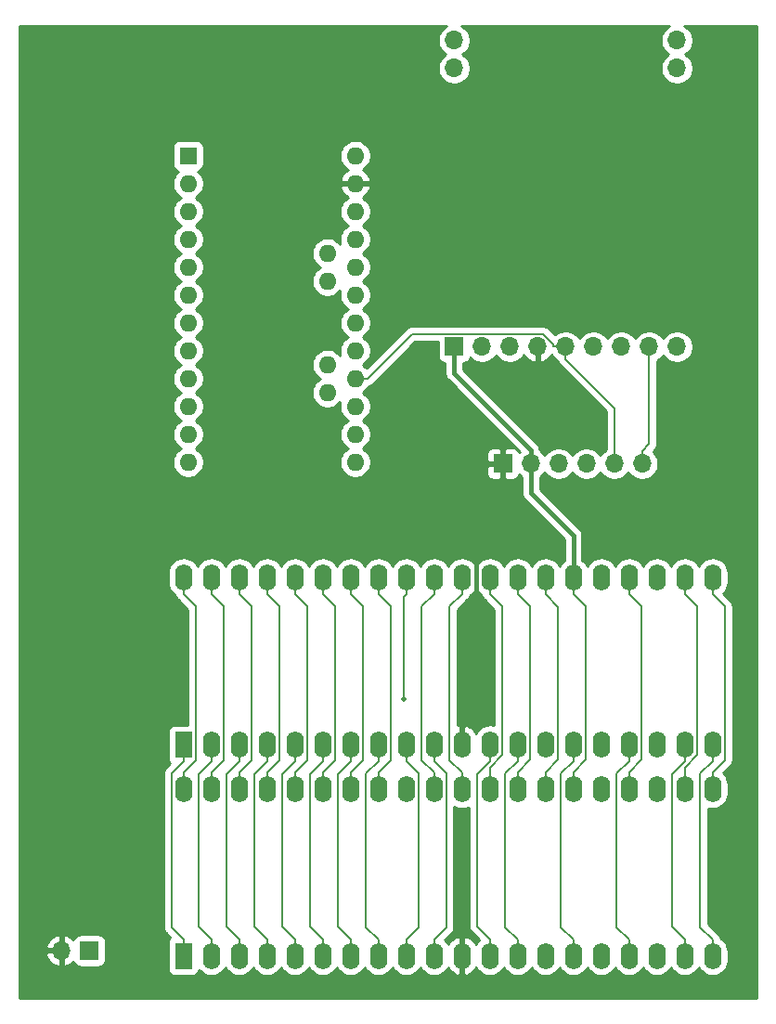
<source format=gtl>
G04 #@! TF.GenerationSoftware,KiCad,Pcbnew,(5.1.9)-1*
G04 #@! TF.CreationDate,2023-03-18T10:12:14+09:00*
G04 #@! TF.ProjectId,SMB80TE_SD,534d4238-3054-4455-9f53-442e6b696361,rev?*
G04 #@! TF.SameCoordinates,PX53920b0PY93c3260*
G04 #@! TF.FileFunction,Copper,L1,Top*
G04 #@! TF.FilePolarity,Positive*
%FSLAX46Y46*%
G04 Gerber Fmt 4.6, Leading zero omitted, Abs format (unit mm)*
G04 Created by KiCad (PCBNEW (5.1.9)-1) date 2023-03-18 10:12:14*
%MOMM*%
%LPD*%
G01*
G04 APERTURE LIST*
G04 #@! TA.AperFunction,ComponentPad*
%ADD10R,1.700000X1.700000*%
G04 #@! TD*
G04 #@! TA.AperFunction,ComponentPad*
%ADD11O,1.700000X1.700000*%
G04 #@! TD*
G04 #@! TA.AperFunction,ComponentPad*
%ADD12R,1.600000X1.600000*%
G04 #@! TD*
G04 #@! TA.AperFunction,ComponentPad*
%ADD13O,1.600000X1.600000*%
G04 #@! TD*
G04 #@! TA.AperFunction,ComponentPad*
%ADD14O,1.600000X2.400000*%
G04 #@! TD*
G04 #@! TA.AperFunction,ComponentPad*
%ADD15R,1.600000X2.400000*%
G04 #@! TD*
G04 #@! TA.AperFunction,ViaPad*
%ADD16C,0.500000*%
G04 #@! TD*
G04 #@! TA.AperFunction,Conductor*
%ADD17C,0.400000*%
G04 #@! TD*
G04 #@! TA.AperFunction,Conductor*
%ADD18C,0.200000*%
G04 #@! TD*
G04 #@! TA.AperFunction,Conductor*
%ADD19C,0.254000*%
G04 #@! TD*
G04 #@! TA.AperFunction,Conductor*
%ADD20C,0.100000*%
G04 #@! TD*
G04 APERTURE END LIST*
D10*
X40270000Y60080000D03*
D11*
X42810000Y60080000D03*
X45350000Y60080000D03*
X47890000Y60080000D03*
X50430000Y60080000D03*
X52970000Y60080000D03*
X55510000Y60080000D03*
X58050000Y60080000D03*
X60590000Y60080000D03*
X60590000Y88020000D03*
X60590000Y85480000D03*
X40270000Y88020000D03*
X40270000Y85480000D03*
D12*
X16000000Y77500000D03*
D13*
X16000000Y74960000D03*
X16000000Y72420000D03*
X31240000Y49560000D03*
X16000000Y69880000D03*
X31240000Y52100000D03*
X16000000Y67340000D03*
X31240000Y54640000D03*
X16000000Y64800000D03*
X31240000Y57180000D03*
X16000000Y62260000D03*
X31240000Y59720000D03*
X16000000Y59720000D03*
X31240000Y62260000D03*
X16000000Y57180000D03*
X31240000Y64800000D03*
X16000000Y54640000D03*
X31240000Y67340000D03*
X16000000Y52100000D03*
X31240000Y69880000D03*
X16000000Y49560000D03*
X31240000Y72420000D03*
X31240000Y74960000D03*
X31240000Y77500000D03*
X28700000Y68610000D03*
X28700000Y66070000D03*
X28700000Y58450000D03*
X28700000Y55910000D03*
D10*
X44715000Y49412000D03*
D11*
X47255000Y49412000D03*
X49795000Y49412000D03*
X52335000Y49412000D03*
X54875000Y49412000D03*
X57415000Y49412000D03*
D14*
X15575000Y19765000D03*
X63835000Y4525000D03*
X18115000Y19765000D03*
X61295000Y4525000D03*
X20655000Y19765000D03*
X58755000Y4525000D03*
X23195000Y19765000D03*
X56215000Y4525000D03*
X25735000Y19765000D03*
X53675000Y4525000D03*
X28275000Y19765000D03*
X51135000Y4525000D03*
X30815000Y19765000D03*
X48595000Y4525000D03*
X33355000Y19765000D03*
X46055000Y4525000D03*
X35895000Y19765000D03*
X43515000Y4525000D03*
X38435000Y19765000D03*
X40975000Y4525000D03*
X40975000Y19765000D03*
X38435000Y4525000D03*
X43515000Y19765000D03*
X35895000Y4525000D03*
X46055000Y19765000D03*
X33355000Y4525000D03*
X48595000Y19765000D03*
X30815000Y4525000D03*
X51135000Y19765000D03*
X28275000Y4525000D03*
X53675000Y19765000D03*
X25735000Y4525000D03*
X56215000Y19765000D03*
X23195000Y4525000D03*
X58755000Y19765000D03*
X20655000Y4525000D03*
X61295000Y19765000D03*
X18115000Y4525000D03*
X63835000Y19765000D03*
D15*
X15575000Y4525000D03*
X15575000Y23775000D03*
D14*
X63835000Y39015000D03*
X18115000Y23775000D03*
X61295000Y39015000D03*
X20655000Y23775000D03*
X58755000Y39015000D03*
X23195000Y23775000D03*
X56215000Y39015000D03*
X25735000Y23775000D03*
X53675000Y39015000D03*
X28275000Y23775000D03*
X51135000Y39015000D03*
X30815000Y23775000D03*
X48595000Y39015000D03*
X33355000Y23775000D03*
X46055000Y39015000D03*
X35895000Y23775000D03*
X43515000Y39015000D03*
X38435000Y23775000D03*
X40975000Y39015000D03*
X40975000Y23775000D03*
X38435000Y39015000D03*
X43515000Y23775000D03*
X35895000Y39015000D03*
X46055000Y23775000D03*
X33355000Y39015000D03*
X48595000Y23775000D03*
X30815000Y39015000D03*
X51135000Y23775000D03*
X28275000Y39015000D03*
X53675000Y23775000D03*
X25735000Y39015000D03*
X56215000Y23775000D03*
X23195000Y39015000D03*
X58755000Y23775000D03*
X20655000Y39015000D03*
X61295000Y23775000D03*
X18115000Y39015000D03*
X63835000Y23775000D03*
X15575000Y39015000D03*
D10*
X7000000Y5000000D03*
D11*
X4460000Y5000000D03*
D16*
X35635100Y27935900D03*
D17*
X47255000Y49412000D02*
X47255000Y50662300D01*
X47255000Y50662300D02*
X40270000Y57647300D01*
X40270000Y57647300D02*
X40270000Y60080000D01*
D18*
X51135000Y19765000D02*
X51135000Y21265300D01*
X51135000Y39015000D02*
X51135000Y37514700D01*
X51135000Y37514700D02*
X52270500Y36379200D01*
X52270500Y36379200D02*
X52270500Y22400800D01*
X52270500Y22400800D02*
X51135000Y21265300D01*
D17*
X47255000Y49412000D02*
X47255000Y46745000D01*
X51135000Y42865000D02*
X51135000Y39015000D01*
X47255000Y46745000D02*
X51135000Y42865000D01*
X44715000Y49412000D02*
X44715000Y48161700D01*
X40975000Y23775000D02*
X40975000Y25375300D01*
X40975000Y25375300D02*
X42245000Y26645300D01*
X42245000Y26645300D02*
X42245000Y45691700D01*
X42245000Y45691700D02*
X44715000Y48161700D01*
D18*
X61295000Y4525000D02*
X61295000Y6025300D01*
X61295000Y23775000D02*
X61295000Y22274700D01*
X61295000Y22274700D02*
X60125400Y21105100D01*
X60125400Y21105100D02*
X60125400Y7194900D01*
X60125400Y7194900D02*
X61295000Y6025300D01*
X63835000Y4525000D02*
X63835000Y6025300D01*
X63835000Y23775000D02*
X63835000Y22274700D01*
X63835000Y22274700D02*
X62723800Y21163500D01*
X62723800Y21163500D02*
X62723800Y7136500D01*
X62723800Y7136500D02*
X63835000Y6025300D01*
X15575000Y4525000D02*
X15575000Y6025300D01*
X15575000Y23775000D02*
X15575000Y22274700D01*
X15575000Y22274700D02*
X14474700Y21174400D01*
X14474700Y21174400D02*
X14474700Y7125600D01*
X14474700Y7125600D02*
X15575000Y6025300D01*
X15575000Y37514700D02*
X16703300Y36386400D01*
X16703300Y36386400D02*
X16703300Y22393600D01*
X16703300Y22393600D02*
X15575000Y21265300D01*
X15575000Y19765000D02*
X15575000Y21265300D01*
X15575000Y39015000D02*
X15575000Y37514700D01*
X18115000Y37514700D02*
X19226100Y36403600D01*
X19226100Y36403600D02*
X19226100Y22376400D01*
X19226100Y22376400D02*
X18115000Y21265300D01*
X18115000Y19765000D02*
X18115000Y21265300D01*
X18115000Y39015000D02*
X18115000Y37514700D01*
X20655000Y37514700D02*
X21766100Y36403600D01*
X21766100Y36403600D02*
X21766100Y22376400D01*
X21766100Y22376400D02*
X20655000Y21265300D01*
X20655000Y19765000D02*
X20655000Y21265300D01*
X20655000Y39015000D02*
X20655000Y37514700D01*
X20655000Y4525000D02*
X20655000Y6025300D01*
X20655000Y23775000D02*
X20655000Y22274700D01*
X20655000Y22274700D02*
X19485400Y21105100D01*
X19485400Y21105100D02*
X19485400Y7194900D01*
X19485400Y7194900D02*
X20655000Y6025300D01*
X18115000Y4525000D02*
X18115000Y6025300D01*
X18115000Y23775000D02*
X18115000Y22274700D01*
X18115000Y22274700D02*
X16945400Y21105100D01*
X16945400Y21105100D02*
X16945400Y7194900D01*
X16945400Y7194900D02*
X18115000Y6025300D01*
X50430000Y60080000D02*
X49279700Y60080000D01*
X31240000Y57180000D02*
X32340300Y57180000D01*
X32340300Y57180000D02*
X36404200Y61243900D01*
X36404200Y61243900D02*
X48354100Y61243900D01*
X48354100Y61243900D02*
X49279700Y60318300D01*
X49279700Y60318300D02*
X49279700Y60080000D01*
X50430000Y60080000D02*
X50430000Y58929700D01*
X54875000Y49412000D02*
X54875000Y54484700D01*
X54875000Y54484700D02*
X50430000Y58929700D01*
X57415000Y49412000D02*
X57415000Y50562300D01*
X57415000Y50562300D02*
X58050000Y51197300D01*
X58050000Y51197300D02*
X58050000Y60080000D01*
X23195000Y37514700D02*
X24306100Y36403600D01*
X24306100Y36403600D02*
X24306100Y22376400D01*
X24306100Y22376400D02*
X23195000Y21265300D01*
X23195000Y19765000D02*
X23195000Y21265300D01*
X23195000Y39015000D02*
X23195000Y37514700D01*
X56215000Y4525000D02*
X56215000Y6025300D01*
X56215000Y23775000D02*
X56215000Y22274700D01*
X56215000Y22274700D02*
X55103800Y21163500D01*
X55103800Y21163500D02*
X55103800Y7136500D01*
X55103800Y7136500D02*
X56215000Y6025300D01*
X25735000Y37514700D02*
X26846100Y36403600D01*
X26846100Y36403600D02*
X26846100Y22376400D01*
X26846100Y22376400D02*
X25735000Y21265300D01*
X25735000Y19765000D02*
X25735000Y21265300D01*
X25735000Y39015000D02*
X25735000Y37514700D01*
X28275000Y37514700D02*
X29386100Y36403600D01*
X29386100Y36403600D02*
X29386100Y22376400D01*
X29386100Y22376400D02*
X28275000Y21265300D01*
X28275000Y19765000D02*
X28275000Y21265300D01*
X28275000Y39015000D02*
X28275000Y37514700D01*
X51135000Y4525000D02*
X51135000Y6025300D01*
X51135000Y23775000D02*
X51135000Y22274700D01*
X51135000Y22274700D02*
X50023800Y21163500D01*
X50023800Y21163500D02*
X50023800Y7136500D01*
X50023800Y7136500D02*
X51135000Y6025300D01*
X30815000Y37514700D02*
X31926100Y36403600D01*
X31926100Y36403600D02*
X31926100Y22376400D01*
X31926100Y22376400D02*
X30815000Y21265300D01*
X30815000Y19765000D02*
X30815000Y21265300D01*
X30815000Y39015000D02*
X30815000Y37514700D01*
X33355000Y37514700D02*
X34466100Y36403600D01*
X34466100Y36403600D02*
X34466100Y22376400D01*
X34466100Y22376400D02*
X33355000Y21265300D01*
X33355000Y19765000D02*
X33355000Y21265300D01*
X33355000Y39015000D02*
X33355000Y37514700D01*
X46055000Y4525000D02*
X46055000Y6025300D01*
X46055000Y23775000D02*
X46055000Y22274700D01*
X46055000Y22274700D02*
X44943800Y21163500D01*
X44943800Y21163500D02*
X44943800Y7136500D01*
X44943800Y7136500D02*
X46055000Y6025300D01*
X35895000Y39015000D02*
X35895000Y37514700D01*
X35895000Y37514700D02*
X35635100Y37254800D01*
X35635100Y37254800D02*
X35635100Y27935900D01*
X43515000Y4525000D02*
X43515000Y6025300D01*
X43515000Y23775000D02*
X43515000Y22274700D01*
X43515000Y22274700D02*
X42345400Y21105100D01*
X42345400Y21105100D02*
X42345400Y7194900D01*
X42345400Y7194900D02*
X43515000Y6025300D01*
X38435000Y19765000D02*
X38435000Y21265300D01*
X38435000Y39015000D02*
X38435000Y37514700D01*
X38435000Y37514700D02*
X37306400Y36386100D01*
X37306400Y36386100D02*
X37306400Y22393900D01*
X37306400Y22393900D02*
X38435000Y21265300D01*
X40975000Y19765000D02*
X40975000Y21265300D01*
X40975000Y39015000D02*
X40975000Y37514700D01*
X40975000Y37514700D02*
X39846400Y36386100D01*
X39846400Y36386100D02*
X39846400Y22393900D01*
X39846400Y22393900D02*
X40975000Y21265300D01*
X38435000Y4525000D02*
X38435000Y6025300D01*
X38435000Y23775000D02*
X38435000Y22274700D01*
X38435000Y22274700D02*
X39546100Y21163600D01*
X39546100Y21163600D02*
X39546100Y7136400D01*
X39546100Y7136400D02*
X38435000Y6025300D01*
X43515000Y39015000D02*
X43515000Y37514700D01*
X43515000Y37514700D02*
X44639200Y36390500D01*
X44639200Y36390500D02*
X44639200Y22832600D01*
X44639200Y22832600D02*
X43515000Y21708400D01*
X43515000Y21708400D02*
X43515000Y19765000D01*
X35895000Y4525000D02*
X35895000Y6025300D01*
X35895000Y23775000D02*
X35895000Y22274700D01*
X35895000Y22274700D02*
X37006100Y21163600D01*
X37006100Y21163600D02*
X37006100Y7136400D01*
X37006100Y7136400D02*
X35895000Y6025300D01*
X46055000Y19765000D02*
X46055000Y21265300D01*
X46055000Y39015000D02*
X46055000Y37514700D01*
X46055000Y37514700D02*
X47190500Y36379200D01*
X47190500Y36379200D02*
X47190500Y22400800D01*
X47190500Y22400800D02*
X46055000Y21265300D01*
X33355000Y4525000D02*
X33355000Y6025300D01*
X33355000Y23775000D02*
X33355000Y22274700D01*
X33355000Y22274700D02*
X32243800Y21163500D01*
X32243800Y21163500D02*
X32243800Y7136500D01*
X32243800Y7136500D02*
X33355000Y6025300D01*
X48595000Y19765000D02*
X48595000Y21265300D01*
X48595000Y39015000D02*
X48595000Y37514700D01*
X48595000Y37514700D02*
X49744200Y36365500D01*
X49744200Y36365500D02*
X49744200Y22414500D01*
X49744200Y22414500D02*
X48595000Y21265300D01*
X30815000Y4525000D02*
X30815000Y6025300D01*
X30815000Y23775000D02*
X30815000Y22274700D01*
X30815000Y22274700D02*
X29645400Y21105100D01*
X29645400Y21105100D02*
X29645400Y7194900D01*
X29645400Y7194900D02*
X30815000Y6025300D01*
X28275000Y4525000D02*
X28275000Y6025300D01*
X28275000Y23775000D02*
X28275000Y22274700D01*
X28275000Y22274700D02*
X27105400Y21105100D01*
X27105400Y21105100D02*
X27105400Y7194900D01*
X27105400Y7194900D02*
X28275000Y6025300D01*
X25735000Y4525000D02*
X25735000Y6025300D01*
X25735000Y23775000D02*
X25735000Y22274700D01*
X25735000Y22274700D02*
X24565400Y21105100D01*
X24565400Y21105100D02*
X24565400Y7194900D01*
X24565400Y7194900D02*
X25735000Y6025300D01*
X56215000Y19765000D02*
X56215000Y21265300D01*
X56215000Y39015000D02*
X56215000Y37514700D01*
X56215000Y37514700D02*
X57350500Y36379200D01*
X57350500Y36379200D02*
X57350500Y22400800D01*
X57350500Y22400800D02*
X56215000Y21265300D01*
X23195000Y4525000D02*
X23195000Y6025300D01*
X23195000Y23775000D02*
X23195000Y22274700D01*
X23195000Y22274700D02*
X22025400Y21105100D01*
X22025400Y21105100D02*
X22025400Y7194900D01*
X22025400Y7194900D02*
X23195000Y6025300D01*
X61295000Y37514700D02*
X62419200Y36390500D01*
X62419200Y36390500D02*
X62419200Y22832600D01*
X62419200Y22832600D02*
X61295000Y21708400D01*
X61295000Y21708400D02*
X61295000Y19765000D01*
X61295000Y39015000D02*
X61295000Y37514700D01*
X63835000Y19765000D02*
X63835000Y21265300D01*
X63835000Y39015000D02*
X63835000Y37514700D01*
X63835000Y37514700D02*
X64960800Y36388900D01*
X64960800Y36388900D02*
X64960800Y22391100D01*
X64960800Y22391100D02*
X63835000Y21265300D01*
D19*
X39566589Y89335990D02*
X39323368Y89173475D01*
X39116525Y88966632D01*
X38954010Y88723411D01*
X38842068Y88453158D01*
X38785000Y88166260D01*
X38785000Y87873740D01*
X38842068Y87586842D01*
X38954010Y87316589D01*
X39116525Y87073368D01*
X39323368Y86866525D01*
X39497760Y86750000D01*
X39323368Y86633475D01*
X39116525Y86426632D01*
X38954010Y86183411D01*
X38842068Y85913158D01*
X38785000Y85626260D01*
X38785000Y85333740D01*
X38842068Y85046842D01*
X38954010Y84776589D01*
X39116525Y84533368D01*
X39323368Y84326525D01*
X39566589Y84164010D01*
X39836842Y84052068D01*
X40123740Y83995000D01*
X40416260Y83995000D01*
X40703158Y84052068D01*
X40973411Y84164010D01*
X41216632Y84326525D01*
X41423475Y84533368D01*
X41585990Y84776589D01*
X41697932Y85046842D01*
X41755000Y85333740D01*
X41755000Y85626260D01*
X41697932Y85913158D01*
X41585990Y86183411D01*
X41423475Y86426632D01*
X41216632Y86633475D01*
X41042240Y86750000D01*
X41216632Y86866525D01*
X41423475Y87073368D01*
X41585990Y87316589D01*
X41697932Y87586842D01*
X41755000Y87873740D01*
X41755000Y88166260D01*
X41697932Y88453158D01*
X41585990Y88723411D01*
X41423475Y88966632D01*
X41216632Y89173475D01*
X40973411Y89335990D01*
X40963730Y89340000D01*
X59896270Y89340000D01*
X59886589Y89335990D01*
X59643368Y89173475D01*
X59436525Y88966632D01*
X59274010Y88723411D01*
X59162068Y88453158D01*
X59105000Y88166260D01*
X59105000Y87873740D01*
X59162068Y87586842D01*
X59274010Y87316589D01*
X59436525Y87073368D01*
X59643368Y86866525D01*
X59817760Y86750000D01*
X59643368Y86633475D01*
X59436525Y86426632D01*
X59274010Y86183411D01*
X59162068Y85913158D01*
X59105000Y85626260D01*
X59105000Y85333740D01*
X59162068Y85046842D01*
X59274010Y84776589D01*
X59436525Y84533368D01*
X59643368Y84326525D01*
X59886589Y84164010D01*
X60156842Y84052068D01*
X60443740Y83995000D01*
X60736260Y83995000D01*
X61023158Y84052068D01*
X61293411Y84164010D01*
X61536632Y84326525D01*
X61743475Y84533368D01*
X61905990Y84776589D01*
X62017932Y85046842D01*
X62075000Y85333740D01*
X62075000Y85626260D01*
X62017932Y85913158D01*
X61905990Y86183411D01*
X61743475Y86426632D01*
X61536632Y86633475D01*
X61362240Y86750000D01*
X61536632Y86866525D01*
X61743475Y87073368D01*
X61905990Y87316589D01*
X62017932Y87586842D01*
X62075000Y87873740D01*
X62075000Y88166260D01*
X62017932Y88453158D01*
X61905990Y88723411D01*
X61743475Y88966632D01*
X61536632Y89173475D01*
X61293411Y89335990D01*
X61283730Y89340000D01*
X67840001Y89340000D01*
X67840000Y660000D01*
X660000Y660000D01*
X660000Y4643109D01*
X3018519Y4643109D01*
X3115843Y4368748D01*
X3264822Y4118645D01*
X3459731Y3902412D01*
X3693080Y3728359D01*
X3955901Y3603175D01*
X4103110Y3558524D01*
X4333000Y3679845D01*
X4333000Y4873000D01*
X3139186Y4873000D01*
X3018519Y4643109D01*
X660000Y4643109D01*
X660000Y5356891D01*
X3018519Y5356891D01*
X3139186Y5127000D01*
X4333000Y5127000D01*
X4333000Y6320155D01*
X4587000Y6320155D01*
X4587000Y5127000D01*
X4607000Y5127000D01*
X4607000Y4873000D01*
X4587000Y4873000D01*
X4587000Y3679845D01*
X4816890Y3558524D01*
X4964099Y3603175D01*
X5226920Y3728359D01*
X5460269Y3902412D01*
X5536034Y3986466D01*
X5560498Y3905820D01*
X5619463Y3795506D01*
X5698815Y3698815D01*
X5795506Y3619463D01*
X5905820Y3560498D01*
X6025518Y3524188D01*
X6150000Y3511928D01*
X7850000Y3511928D01*
X7974482Y3524188D01*
X8094180Y3560498D01*
X8204494Y3619463D01*
X8301185Y3698815D01*
X8380537Y3795506D01*
X8439502Y3905820D01*
X8475812Y4025518D01*
X8488072Y4150000D01*
X8488072Y5850000D01*
X8475812Y5974482D01*
X8439502Y6094180D01*
X8380537Y6204494D01*
X8301185Y6301185D01*
X8204494Y6380537D01*
X8094180Y6439502D01*
X7974482Y6475812D01*
X7850000Y6488072D01*
X6150000Y6488072D01*
X6025518Y6475812D01*
X5905820Y6439502D01*
X5795506Y6380537D01*
X5698815Y6301185D01*
X5619463Y6204494D01*
X5560498Y6094180D01*
X5536034Y6013534D01*
X5460269Y6097588D01*
X5226920Y6271641D01*
X4964099Y6396825D01*
X4816890Y6441476D01*
X4587000Y6320155D01*
X4333000Y6320155D01*
X4103110Y6441476D01*
X3955901Y6396825D01*
X3693080Y6271641D01*
X3459731Y6097588D01*
X3264822Y5881355D01*
X3115843Y5631252D01*
X3018519Y5356891D01*
X660000Y5356891D01*
X660000Y21174400D01*
X13736144Y21174400D01*
X13739700Y21138295D01*
X13739701Y7161715D01*
X13736144Y7125600D01*
X13750335Y6981515D01*
X13789088Y6853767D01*
X13792364Y6842967D01*
X13860614Y6715280D01*
X13952463Y6603362D01*
X13980508Y6580346D01*
X14357239Y6203615D01*
X14323815Y6176185D01*
X14244463Y6079494D01*
X14185498Y5969180D01*
X14149188Y5849482D01*
X14136928Y5725000D01*
X14136928Y3325000D01*
X14149188Y3200518D01*
X14185498Y3080820D01*
X14244463Y2970506D01*
X14323815Y2873815D01*
X14420506Y2794463D01*
X14530820Y2735498D01*
X14650518Y2699188D01*
X14775000Y2686928D01*
X16375000Y2686928D01*
X16499482Y2699188D01*
X16619180Y2735498D01*
X16729494Y2794463D01*
X16826185Y2873815D01*
X16905537Y2970506D01*
X16964502Y3080820D01*
X17000812Y3200518D01*
X17002581Y3218483D01*
X17095393Y3105392D01*
X17313900Y2926068D01*
X17563193Y2792818D01*
X17833692Y2710764D01*
X18115000Y2683057D01*
X18396309Y2710764D01*
X18666808Y2792818D01*
X18916101Y2926068D01*
X19134608Y3105392D01*
X19313932Y3323899D01*
X19385000Y3456858D01*
X19456068Y3323899D01*
X19635393Y3105392D01*
X19853900Y2926068D01*
X20103193Y2792818D01*
X20373692Y2710764D01*
X20655000Y2683057D01*
X20936309Y2710764D01*
X21206808Y2792818D01*
X21456101Y2926068D01*
X21674608Y3105392D01*
X21853932Y3323899D01*
X21925000Y3456858D01*
X21996068Y3323899D01*
X22175393Y3105392D01*
X22393900Y2926068D01*
X22643193Y2792818D01*
X22913692Y2710764D01*
X23195000Y2683057D01*
X23476309Y2710764D01*
X23746808Y2792818D01*
X23996101Y2926068D01*
X24214608Y3105392D01*
X24393932Y3323899D01*
X24465000Y3456858D01*
X24536068Y3323899D01*
X24715393Y3105392D01*
X24933900Y2926068D01*
X25183193Y2792818D01*
X25453692Y2710764D01*
X25735000Y2683057D01*
X26016309Y2710764D01*
X26286808Y2792818D01*
X26536101Y2926068D01*
X26754608Y3105392D01*
X26933932Y3323899D01*
X27005000Y3456858D01*
X27076068Y3323899D01*
X27255393Y3105392D01*
X27473900Y2926068D01*
X27723193Y2792818D01*
X27993692Y2710764D01*
X28275000Y2683057D01*
X28556309Y2710764D01*
X28826808Y2792818D01*
X29076101Y2926068D01*
X29294608Y3105392D01*
X29473932Y3323899D01*
X29545000Y3456858D01*
X29616068Y3323899D01*
X29795393Y3105392D01*
X30013900Y2926068D01*
X30263193Y2792818D01*
X30533692Y2710764D01*
X30815000Y2683057D01*
X31096309Y2710764D01*
X31366808Y2792818D01*
X31616101Y2926068D01*
X31834608Y3105392D01*
X32013932Y3323899D01*
X32085000Y3456858D01*
X32156068Y3323899D01*
X32335393Y3105392D01*
X32553900Y2926068D01*
X32803193Y2792818D01*
X33073692Y2710764D01*
X33355000Y2683057D01*
X33636309Y2710764D01*
X33906808Y2792818D01*
X34156101Y2926068D01*
X34374608Y3105392D01*
X34553932Y3323899D01*
X34625000Y3456858D01*
X34696068Y3323899D01*
X34875393Y3105392D01*
X35093900Y2926068D01*
X35343193Y2792818D01*
X35613692Y2710764D01*
X35895000Y2683057D01*
X36176309Y2710764D01*
X36446808Y2792818D01*
X36696101Y2926068D01*
X36914608Y3105392D01*
X37093932Y3323899D01*
X37165000Y3456858D01*
X37236068Y3323899D01*
X37415393Y3105392D01*
X37633900Y2926068D01*
X37883193Y2792818D01*
X38153692Y2710764D01*
X38435000Y2683057D01*
X38716309Y2710764D01*
X38986808Y2792818D01*
X39236101Y2926068D01*
X39454608Y3105392D01*
X39633932Y3323899D01*
X39702265Y3451741D01*
X39852399Y3222161D01*
X40050105Y3020500D01*
X40283354Y2861285D01*
X40543182Y2750633D01*
X40625961Y2733096D01*
X40848000Y2855085D01*
X40848000Y4398000D01*
X40828000Y4398000D01*
X40828000Y4652000D01*
X40848000Y4652000D01*
X40848000Y6194915D01*
X40625961Y6316904D01*
X40543182Y6299367D01*
X40283354Y6188715D01*
X40050105Y6029500D01*
X39852399Y5827839D01*
X39702265Y5598259D01*
X39633932Y5726101D01*
X39454607Y5944608D01*
X39421184Y5972038D01*
X40040293Y6591146D01*
X40068338Y6614162D01*
X40160187Y6726080D01*
X40160241Y6726181D01*
X40228437Y6853766D01*
X40270465Y6992315D01*
X40284656Y7136400D01*
X40281100Y7172505D01*
X40281100Y18108768D01*
X40423193Y18032818D01*
X40693692Y17950764D01*
X40975000Y17923057D01*
X41256309Y17950764D01*
X41526808Y18032818D01*
X41610400Y18077499D01*
X41610401Y7231015D01*
X41606844Y7194900D01*
X41621035Y7050815D01*
X41663064Y6912267D01*
X41731314Y6784580D01*
X41823163Y6672662D01*
X41851208Y6649646D01*
X42528816Y5972037D01*
X42495392Y5944607D01*
X42316068Y5726100D01*
X42247735Y5598258D01*
X42097601Y5827839D01*
X41899895Y6029500D01*
X41666646Y6188715D01*
X41406818Y6299367D01*
X41324039Y6316904D01*
X41102000Y6194915D01*
X41102000Y4652000D01*
X41122000Y4652000D01*
X41122000Y4398000D01*
X41102000Y4398000D01*
X41102000Y2855085D01*
X41324039Y2733096D01*
X41406818Y2750633D01*
X41666646Y2861285D01*
X41899895Y3020500D01*
X42097601Y3222161D01*
X42247735Y3451741D01*
X42316068Y3323899D01*
X42495393Y3105392D01*
X42713900Y2926068D01*
X42963193Y2792818D01*
X43233692Y2710764D01*
X43515000Y2683057D01*
X43796309Y2710764D01*
X44066808Y2792818D01*
X44316101Y2926068D01*
X44534608Y3105392D01*
X44713932Y3323899D01*
X44785000Y3456858D01*
X44856068Y3323899D01*
X45035393Y3105392D01*
X45253900Y2926068D01*
X45503193Y2792818D01*
X45773692Y2710764D01*
X46055000Y2683057D01*
X46336309Y2710764D01*
X46606808Y2792818D01*
X46856101Y2926068D01*
X47074608Y3105392D01*
X47253932Y3323899D01*
X47325000Y3456858D01*
X47396068Y3323899D01*
X47575393Y3105392D01*
X47793900Y2926068D01*
X48043193Y2792818D01*
X48313692Y2710764D01*
X48595000Y2683057D01*
X48876309Y2710764D01*
X49146808Y2792818D01*
X49396101Y2926068D01*
X49614608Y3105392D01*
X49793932Y3323899D01*
X49865000Y3456858D01*
X49936068Y3323899D01*
X50115393Y3105392D01*
X50333900Y2926068D01*
X50583193Y2792818D01*
X50853692Y2710764D01*
X51135000Y2683057D01*
X51416309Y2710764D01*
X51686808Y2792818D01*
X51936101Y2926068D01*
X52154608Y3105392D01*
X52333932Y3323899D01*
X52405000Y3456858D01*
X52476068Y3323899D01*
X52655393Y3105392D01*
X52873900Y2926068D01*
X53123193Y2792818D01*
X53393692Y2710764D01*
X53675000Y2683057D01*
X53956309Y2710764D01*
X54226808Y2792818D01*
X54476101Y2926068D01*
X54694608Y3105392D01*
X54873932Y3323899D01*
X54945000Y3456858D01*
X55016068Y3323899D01*
X55195393Y3105392D01*
X55413900Y2926068D01*
X55663193Y2792818D01*
X55933692Y2710764D01*
X56215000Y2683057D01*
X56496309Y2710764D01*
X56766808Y2792818D01*
X57016101Y2926068D01*
X57234608Y3105392D01*
X57413932Y3323899D01*
X57485000Y3456858D01*
X57556068Y3323899D01*
X57735393Y3105392D01*
X57953900Y2926068D01*
X58203193Y2792818D01*
X58473692Y2710764D01*
X58755000Y2683057D01*
X59036309Y2710764D01*
X59306808Y2792818D01*
X59556101Y2926068D01*
X59774608Y3105392D01*
X59953932Y3323899D01*
X60025000Y3456858D01*
X60096068Y3323899D01*
X60275393Y3105392D01*
X60493900Y2926068D01*
X60743193Y2792818D01*
X61013692Y2710764D01*
X61295000Y2683057D01*
X61576309Y2710764D01*
X61846808Y2792818D01*
X62096101Y2926068D01*
X62314608Y3105392D01*
X62493932Y3323899D01*
X62565000Y3456858D01*
X62636068Y3323899D01*
X62815393Y3105392D01*
X63033900Y2926068D01*
X63283193Y2792818D01*
X63553692Y2710764D01*
X63835000Y2683057D01*
X64116309Y2710764D01*
X64386808Y2792818D01*
X64636101Y2926068D01*
X64854608Y3105392D01*
X65033932Y3323899D01*
X65167182Y3573192D01*
X65249236Y3843691D01*
X65270000Y4054509D01*
X65270000Y4995492D01*
X65249236Y5206309D01*
X65167182Y5476808D01*
X65033932Y5726101D01*
X64854607Y5944608D01*
X64636100Y6123932D01*
X64559826Y6164701D01*
X64559365Y6169385D01*
X64557303Y6176185D01*
X64519935Y6299367D01*
X64517337Y6307933D01*
X64449087Y6435620D01*
X64357238Y6547538D01*
X64329193Y6570554D01*
X63458800Y7440946D01*
X63458800Y17979549D01*
X63553692Y17950764D01*
X63835000Y17923057D01*
X64116309Y17950764D01*
X64386808Y18032818D01*
X64636101Y18166068D01*
X64854608Y18345392D01*
X65033932Y18563899D01*
X65167182Y18813192D01*
X65249236Y19083691D01*
X65270000Y19294509D01*
X65270000Y20235492D01*
X65249236Y20446309D01*
X65167182Y20716808D01*
X65033932Y20966101D01*
X64854607Y21184608D01*
X64821184Y21212038D01*
X65454993Y21845846D01*
X65483038Y21868862D01*
X65574887Y21980780D01*
X65580367Y21991033D01*
X65643137Y22108466D01*
X65685165Y22247015D01*
X65699356Y22391100D01*
X65695800Y22427205D01*
X65695800Y36352795D01*
X65699356Y36388900D01*
X65685165Y36532985D01*
X65643137Y36671534D01*
X65574887Y36799220D01*
X65506053Y36883094D01*
X65506050Y36883097D01*
X65483037Y36911138D01*
X65454997Y36934150D01*
X64821184Y37567962D01*
X64854608Y37595392D01*
X65033932Y37813899D01*
X65167182Y38063192D01*
X65249236Y38333691D01*
X65270000Y38544509D01*
X65270000Y39485492D01*
X65249236Y39696309D01*
X65167182Y39966808D01*
X65033932Y40216101D01*
X64854607Y40434608D01*
X64636100Y40613932D01*
X64386807Y40747182D01*
X64116308Y40829236D01*
X63835000Y40856943D01*
X63553691Y40829236D01*
X63283192Y40747182D01*
X63033899Y40613932D01*
X62815392Y40434607D01*
X62636068Y40216100D01*
X62565000Y40083142D01*
X62493932Y40216101D01*
X62314607Y40434608D01*
X62096100Y40613932D01*
X61846807Y40747182D01*
X61576308Y40829236D01*
X61295000Y40856943D01*
X61013691Y40829236D01*
X60743192Y40747182D01*
X60493899Y40613932D01*
X60275392Y40434607D01*
X60096068Y40216100D01*
X60025000Y40083142D01*
X59953932Y40216101D01*
X59774607Y40434608D01*
X59556100Y40613932D01*
X59306807Y40747182D01*
X59036308Y40829236D01*
X58755000Y40856943D01*
X58473691Y40829236D01*
X58203192Y40747182D01*
X57953899Y40613932D01*
X57735392Y40434607D01*
X57556068Y40216100D01*
X57485000Y40083142D01*
X57413932Y40216101D01*
X57234607Y40434608D01*
X57016100Y40613932D01*
X56766807Y40747182D01*
X56496308Y40829236D01*
X56215000Y40856943D01*
X55933691Y40829236D01*
X55663192Y40747182D01*
X55413899Y40613932D01*
X55195392Y40434607D01*
X55016068Y40216100D01*
X54945000Y40083142D01*
X54873932Y40216101D01*
X54694607Y40434608D01*
X54476100Y40613932D01*
X54226807Y40747182D01*
X53956308Y40829236D01*
X53675000Y40856943D01*
X53393691Y40829236D01*
X53123192Y40747182D01*
X52873899Y40613932D01*
X52655392Y40434607D01*
X52476068Y40216100D01*
X52405000Y40083142D01*
X52333932Y40216101D01*
X52154607Y40434608D01*
X51970000Y40586111D01*
X51970000Y42823982D01*
X51974040Y42865000D01*
X51957918Y43028688D01*
X51910172Y43186087D01*
X51832636Y43331146D01*
X51754439Y43426430D01*
X51754437Y43426432D01*
X51728291Y43458291D01*
X51696433Y43484436D01*
X48090000Y47090867D01*
X48090000Y48183935D01*
X48201632Y48258525D01*
X48408475Y48465368D01*
X48525000Y48639760D01*
X48641525Y48465368D01*
X48848368Y48258525D01*
X49091589Y48096010D01*
X49361842Y47984068D01*
X49648740Y47927000D01*
X49941260Y47927000D01*
X50228158Y47984068D01*
X50498411Y48096010D01*
X50741632Y48258525D01*
X50948475Y48465368D01*
X51065000Y48639760D01*
X51181525Y48465368D01*
X51388368Y48258525D01*
X51631589Y48096010D01*
X51901842Y47984068D01*
X52188740Y47927000D01*
X52481260Y47927000D01*
X52768158Y47984068D01*
X53038411Y48096010D01*
X53281632Y48258525D01*
X53488475Y48465368D01*
X53605000Y48639760D01*
X53721525Y48465368D01*
X53928368Y48258525D01*
X54171589Y48096010D01*
X54441842Y47984068D01*
X54728740Y47927000D01*
X55021260Y47927000D01*
X55308158Y47984068D01*
X55578411Y48096010D01*
X55821632Y48258525D01*
X56028475Y48465368D01*
X56145000Y48639760D01*
X56261525Y48465368D01*
X56468368Y48258525D01*
X56711589Y48096010D01*
X56981842Y47984068D01*
X57268740Y47927000D01*
X57561260Y47927000D01*
X57848158Y47984068D01*
X58118411Y48096010D01*
X58361632Y48258525D01*
X58568475Y48465368D01*
X58730990Y48708589D01*
X58842932Y48978842D01*
X58900000Y49265740D01*
X58900000Y49558260D01*
X58842932Y49845158D01*
X58730990Y50115411D01*
X58568475Y50358632D01*
X58409627Y50517480D01*
X58544197Y50652050D01*
X58572237Y50675062D01*
X58595250Y50703103D01*
X58595253Y50703106D01*
X58664087Y50786980D01*
X58732337Y50914666D01*
X58774365Y51053215D01*
X58788556Y51197300D01*
X58785000Y51233405D01*
X58785000Y58785117D01*
X58996632Y58926525D01*
X59203475Y59133368D01*
X59320000Y59307760D01*
X59436525Y59133368D01*
X59643368Y58926525D01*
X59886589Y58764010D01*
X60156842Y58652068D01*
X60443740Y58595000D01*
X60736260Y58595000D01*
X61023158Y58652068D01*
X61293411Y58764010D01*
X61536632Y58926525D01*
X61743475Y59133368D01*
X61905990Y59376589D01*
X62017932Y59646842D01*
X62075000Y59933740D01*
X62075000Y60226260D01*
X62017932Y60513158D01*
X61905990Y60783411D01*
X61743475Y61026632D01*
X61536632Y61233475D01*
X61293411Y61395990D01*
X61023158Y61507932D01*
X60736260Y61565000D01*
X60443740Y61565000D01*
X60156842Y61507932D01*
X59886589Y61395990D01*
X59643368Y61233475D01*
X59436525Y61026632D01*
X59320000Y60852240D01*
X59203475Y61026632D01*
X58996632Y61233475D01*
X58753411Y61395990D01*
X58483158Y61507932D01*
X58196260Y61565000D01*
X57903740Y61565000D01*
X57616842Y61507932D01*
X57346589Y61395990D01*
X57103368Y61233475D01*
X56896525Y61026632D01*
X56780000Y60852240D01*
X56663475Y61026632D01*
X56456632Y61233475D01*
X56213411Y61395990D01*
X55943158Y61507932D01*
X55656260Y61565000D01*
X55363740Y61565000D01*
X55076842Y61507932D01*
X54806589Y61395990D01*
X54563368Y61233475D01*
X54356525Y61026632D01*
X54240000Y60852240D01*
X54123475Y61026632D01*
X53916632Y61233475D01*
X53673411Y61395990D01*
X53403158Y61507932D01*
X53116260Y61565000D01*
X52823740Y61565000D01*
X52536842Y61507932D01*
X52266589Y61395990D01*
X52023368Y61233475D01*
X51816525Y61026632D01*
X51700000Y60852240D01*
X51583475Y61026632D01*
X51376632Y61233475D01*
X51133411Y61395990D01*
X50863158Y61507932D01*
X50576260Y61565000D01*
X50283740Y61565000D01*
X49996842Y61507932D01*
X49726589Y61395990D01*
X49483368Y61233475D01*
X49443670Y61193777D01*
X48899358Y61738088D01*
X48876338Y61766138D01*
X48764420Y61857987D01*
X48636733Y61926237D01*
X48498185Y61968265D01*
X48390205Y61978900D01*
X48354100Y61982456D01*
X48317995Y61978900D01*
X36440294Y61978900D01*
X36404199Y61982455D01*
X36368104Y61978900D01*
X36368095Y61978900D01*
X36260115Y61968265D01*
X36121567Y61926237D01*
X35993880Y61857987D01*
X35881962Y61766138D01*
X35858946Y61738093D01*
X32285125Y58164271D01*
X32154759Y58294637D01*
X31922241Y58450000D01*
X32154759Y58605363D01*
X32354637Y58805241D01*
X32511680Y59040273D01*
X32619853Y59301426D01*
X32675000Y59578665D01*
X32675000Y59861335D01*
X32619853Y60138574D01*
X32511680Y60399727D01*
X32354637Y60634759D01*
X32154759Y60834637D01*
X31922241Y60990000D01*
X32154759Y61145363D01*
X32354637Y61345241D01*
X32511680Y61580273D01*
X32619853Y61841426D01*
X32675000Y62118665D01*
X32675000Y62401335D01*
X32619853Y62678574D01*
X32511680Y62939727D01*
X32354637Y63174759D01*
X32154759Y63374637D01*
X31922241Y63530000D01*
X32154759Y63685363D01*
X32354637Y63885241D01*
X32511680Y64120273D01*
X32619853Y64381426D01*
X32675000Y64658665D01*
X32675000Y64941335D01*
X32619853Y65218574D01*
X32511680Y65479727D01*
X32354637Y65714759D01*
X32154759Y65914637D01*
X31922241Y66070000D01*
X32154759Y66225363D01*
X32354637Y66425241D01*
X32511680Y66660273D01*
X32619853Y66921426D01*
X32675000Y67198665D01*
X32675000Y67481335D01*
X32619853Y67758574D01*
X32511680Y68019727D01*
X32354637Y68254759D01*
X32154759Y68454637D01*
X31922241Y68610000D01*
X32154759Y68765363D01*
X32354637Y68965241D01*
X32511680Y69200273D01*
X32619853Y69461426D01*
X32675000Y69738665D01*
X32675000Y70021335D01*
X32619853Y70298574D01*
X32511680Y70559727D01*
X32354637Y70794759D01*
X32154759Y70994637D01*
X31922241Y71150000D01*
X32154759Y71305363D01*
X32354637Y71505241D01*
X32511680Y71740273D01*
X32619853Y72001426D01*
X32675000Y72278665D01*
X32675000Y72561335D01*
X32619853Y72838574D01*
X32511680Y73099727D01*
X32354637Y73334759D01*
X32154759Y73534637D01*
X31919727Y73691680D01*
X31909135Y73696067D01*
X32095131Y73807615D01*
X32303519Y73996586D01*
X32471037Y74222580D01*
X32591246Y74476913D01*
X32631904Y74610961D01*
X32509915Y74833000D01*
X31367000Y74833000D01*
X31367000Y74813000D01*
X31113000Y74813000D01*
X31113000Y74833000D01*
X29970085Y74833000D01*
X29848096Y74610961D01*
X29888754Y74476913D01*
X30008963Y74222580D01*
X30176481Y73996586D01*
X30384869Y73807615D01*
X30570865Y73696067D01*
X30560273Y73691680D01*
X30325241Y73534637D01*
X30125363Y73334759D01*
X29968320Y73099727D01*
X29860147Y72838574D01*
X29805000Y72561335D01*
X29805000Y72278665D01*
X29860147Y72001426D01*
X29968320Y71740273D01*
X30125363Y71505241D01*
X30325241Y71305363D01*
X30557759Y71150000D01*
X30325241Y70994637D01*
X30125363Y70794759D01*
X29968320Y70559727D01*
X29860147Y70298574D01*
X29805000Y70021335D01*
X29805000Y69738665D01*
X29860147Y69461426D01*
X29865354Y69448856D01*
X29814637Y69524759D01*
X29614759Y69724637D01*
X29379727Y69881680D01*
X29118574Y69989853D01*
X28841335Y70045000D01*
X28558665Y70045000D01*
X28281426Y69989853D01*
X28020273Y69881680D01*
X27785241Y69724637D01*
X27585363Y69524759D01*
X27428320Y69289727D01*
X27320147Y69028574D01*
X27265000Y68751335D01*
X27265000Y68468665D01*
X27320147Y68191426D01*
X27428320Y67930273D01*
X27585363Y67695241D01*
X27785241Y67495363D01*
X28017759Y67340000D01*
X27785241Y67184637D01*
X27585363Y66984759D01*
X27428320Y66749727D01*
X27320147Y66488574D01*
X27265000Y66211335D01*
X27265000Y65928665D01*
X27320147Y65651426D01*
X27428320Y65390273D01*
X27585363Y65155241D01*
X27785241Y64955363D01*
X28020273Y64798320D01*
X28281426Y64690147D01*
X28558665Y64635000D01*
X28841335Y64635000D01*
X29118574Y64690147D01*
X29379727Y64798320D01*
X29614759Y64955363D01*
X29814637Y65155241D01*
X29865354Y65231144D01*
X29860147Y65218574D01*
X29805000Y64941335D01*
X29805000Y64658665D01*
X29860147Y64381426D01*
X29968320Y64120273D01*
X30125363Y63885241D01*
X30325241Y63685363D01*
X30557759Y63530000D01*
X30325241Y63374637D01*
X30125363Y63174759D01*
X29968320Y62939727D01*
X29860147Y62678574D01*
X29805000Y62401335D01*
X29805000Y62118665D01*
X29860147Y61841426D01*
X29968320Y61580273D01*
X30125363Y61345241D01*
X30325241Y61145363D01*
X30557759Y60990000D01*
X30325241Y60834637D01*
X30125363Y60634759D01*
X29968320Y60399727D01*
X29860147Y60138574D01*
X29805000Y59861335D01*
X29805000Y59578665D01*
X29860147Y59301426D01*
X29865354Y59288856D01*
X29814637Y59364759D01*
X29614759Y59564637D01*
X29379727Y59721680D01*
X29118574Y59829853D01*
X28841335Y59885000D01*
X28558665Y59885000D01*
X28281426Y59829853D01*
X28020273Y59721680D01*
X27785241Y59564637D01*
X27585363Y59364759D01*
X27428320Y59129727D01*
X27320147Y58868574D01*
X27265000Y58591335D01*
X27265000Y58308665D01*
X27320147Y58031426D01*
X27428320Y57770273D01*
X27585363Y57535241D01*
X27785241Y57335363D01*
X28017759Y57180000D01*
X27785241Y57024637D01*
X27585363Y56824759D01*
X27428320Y56589727D01*
X27320147Y56328574D01*
X27265000Y56051335D01*
X27265000Y55768665D01*
X27320147Y55491426D01*
X27428320Y55230273D01*
X27585363Y54995241D01*
X27785241Y54795363D01*
X28020273Y54638320D01*
X28281426Y54530147D01*
X28558665Y54475000D01*
X28841335Y54475000D01*
X29118574Y54530147D01*
X29379727Y54638320D01*
X29614759Y54795363D01*
X29814637Y54995241D01*
X29865354Y55071144D01*
X29860147Y55058574D01*
X29805000Y54781335D01*
X29805000Y54498665D01*
X29860147Y54221426D01*
X29968320Y53960273D01*
X30125363Y53725241D01*
X30325241Y53525363D01*
X30557759Y53370000D01*
X30325241Y53214637D01*
X30125363Y53014759D01*
X29968320Y52779727D01*
X29860147Y52518574D01*
X29805000Y52241335D01*
X29805000Y51958665D01*
X29860147Y51681426D01*
X29968320Y51420273D01*
X30125363Y51185241D01*
X30325241Y50985363D01*
X30557759Y50830000D01*
X30325241Y50674637D01*
X30125363Y50474759D01*
X29968320Y50239727D01*
X29860147Y49978574D01*
X29805000Y49701335D01*
X29805000Y49418665D01*
X29860147Y49141426D01*
X29968320Y48880273D01*
X30125363Y48645241D01*
X30325241Y48445363D01*
X30560273Y48288320D01*
X30821426Y48180147D01*
X31098665Y48125000D01*
X31381335Y48125000D01*
X31658574Y48180147D01*
X31919727Y48288320D01*
X32154759Y48445363D01*
X32271396Y48562000D01*
X43226928Y48562000D01*
X43239188Y48437518D01*
X43275498Y48317820D01*
X43334463Y48207506D01*
X43413815Y48110815D01*
X43510506Y48031463D01*
X43620820Y47972498D01*
X43740518Y47936188D01*
X43865000Y47923928D01*
X44429250Y47927000D01*
X44588000Y48085750D01*
X44588000Y49285000D01*
X43388750Y49285000D01*
X43230000Y49126250D01*
X43226928Y48562000D01*
X32271396Y48562000D01*
X32354637Y48645241D01*
X32511680Y48880273D01*
X32619853Y49141426D01*
X32675000Y49418665D01*
X32675000Y49701335D01*
X32619853Y49978574D01*
X32511680Y50239727D01*
X32496798Y50262000D01*
X43226928Y50262000D01*
X43230000Y49697750D01*
X43388750Y49539000D01*
X44588000Y49539000D01*
X44588000Y50738250D01*
X44429250Y50897000D01*
X43865000Y50900072D01*
X43740518Y50887812D01*
X43620820Y50851502D01*
X43510506Y50792537D01*
X43413815Y50713185D01*
X43334463Y50616494D01*
X43275498Y50506180D01*
X43239188Y50386482D01*
X43226928Y50262000D01*
X32496798Y50262000D01*
X32354637Y50474759D01*
X32154759Y50674637D01*
X31922241Y50830000D01*
X32154759Y50985363D01*
X32354637Y51185241D01*
X32511680Y51420273D01*
X32619853Y51681426D01*
X32675000Y51958665D01*
X32675000Y52241335D01*
X32619853Y52518574D01*
X32511680Y52779727D01*
X32354637Y53014759D01*
X32154759Y53214637D01*
X31922241Y53370000D01*
X32154759Y53525363D01*
X32354637Y53725241D01*
X32511680Y53960273D01*
X32619853Y54221426D01*
X32675000Y54498665D01*
X32675000Y54781335D01*
X32619853Y55058574D01*
X32511680Y55319727D01*
X32354637Y55554759D01*
X32154759Y55754637D01*
X31922241Y55910000D01*
X32154759Y56065363D01*
X32354637Y56265241D01*
X32481676Y56455368D01*
X32484385Y56455635D01*
X32622933Y56497663D01*
X32750620Y56565913D01*
X32862538Y56657762D01*
X32885559Y56685813D01*
X36708647Y60508900D01*
X38781928Y60508900D01*
X38781928Y59230000D01*
X38794188Y59105518D01*
X38830498Y58985820D01*
X38889463Y58875506D01*
X38968815Y58778815D01*
X39065506Y58699463D01*
X39175820Y58640498D01*
X39295518Y58604188D01*
X39420000Y58591928D01*
X39435000Y58591928D01*
X39435000Y57688319D01*
X39430960Y57647300D01*
X39435000Y57606282D01*
X39447082Y57483612D01*
X39494828Y57326214D01*
X39572364Y57181155D01*
X39676709Y57054009D01*
X39708579Y57027854D01*
X46239662Y50496769D01*
X46176513Y50433620D01*
X46154502Y50506180D01*
X46095537Y50616494D01*
X46016185Y50713185D01*
X45919494Y50792537D01*
X45809180Y50851502D01*
X45689482Y50887812D01*
X45565000Y50900072D01*
X45000750Y50897000D01*
X44842000Y50738250D01*
X44842000Y49539000D01*
X44862000Y49539000D01*
X44862000Y49285000D01*
X44842000Y49285000D01*
X44842000Y48085750D01*
X45000750Y47927000D01*
X45565000Y47923928D01*
X45689482Y47936188D01*
X45809180Y47972498D01*
X45919494Y48031463D01*
X46016185Y48110815D01*
X46095537Y48207506D01*
X46154502Y48317820D01*
X46176513Y48390380D01*
X46308368Y48258525D01*
X46420000Y48183935D01*
X46420001Y46786028D01*
X46415960Y46745000D01*
X46432082Y46581312D01*
X46479828Y46423914D01*
X46479829Y46423913D01*
X46557365Y46278854D01*
X46661710Y46151709D01*
X46693574Y46125559D01*
X50300000Y42519131D01*
X50300001Y40586112D01*
X50115392Y40434607D01*
X49936068Y40216100D01*
X49865000Y40083142D01*
X49793932Y40216101D01*
X49614607Y40434608D01*
X49396100Y40613932D01*
X49146807Y40747182D01*
X48876308Y40829236D01*
X48595000Y40856943D01*
X48313691Y40829236D01*
X48043192Y40747182D01*
X47793899Y40613932D01*
X47575392Y40434607D01*
X47396068Y40216100D01*
X47325000Y40083142D01*
X47253932Y40216101D01*
X47074607Y40434608D01*
X46856100Y40613932D01*
X46606807Y40747182D01*
X46336308Y40829236D01*
X46055000Y40856943D01*
X45773691Y40829236D01*
X45503192Y40747182D01*
X45253899Y40613932D01*
X45035392Y40434607D01*
X44856068Y40216100D01*
X44785000Y40083142D01*
X44713932Y40216101D01*
X44534607Y40434608D01*
X44316100Y40613932D01*
X44066807Y40747182D01*
X43796308Y40829236D01*
X43515000Y40856943D01*
X43233691Y40829236D01*
X42963192Y40747182D01*
X42713899Y40613932D01*
X42495392Y40434607D01*
X42316068Y40216100D01*
X42245000Y40083142D01*
X42173932Y40216101D01*
X41994607Y40434608D01*
X41776100Y40613932D01*
X41526807Y40747182D01*
X41256308Y40829236D01*
X40975000Y40856943D01*
X40693691Y40829236D01*
X40423192Y40747182D01*
X40173899Y40613932D01*
X39955392Y40434607D01*
X39776068Y40216100D01*
X39705000Y40083142D01*
X39633932Y40216101D01*
X39454607Y40434608D01*
X39236100Y40613932D01*
X38986807Y40747182D01*
X38716308Y40829236D01*
X38435000Y40856943D01*
X38153691Y40829236D01*
X37883192Y40747182D01*
X37633899Y40613932D01*
X37415392Y40434607D01*
X37236068Y40216100D01*
X37165000Y40083142D01*
X37093932Y40216101D01*
X36914607Y40434608D01*
X36696100Y40613932D01*
X36446807Y40747182D01*
X36176308Y40829236D01*
X35895000Y40856943D01*
X35613691Y40829236D01*
X35343192Y40747182D01*
X35093899Y40613932D01*
X34875392Y40434607D01*
X34696068Y40216100D01*
X34625000Y40083142D01*
X34553932Y40216101D01*
X34374607Y40434608D01*
X34156100Y40613932D01*
X33906807Y40747182D01*
X33636308Y40829236D01*
X33355000Y40856943D01*
X33073691Y40829236D01*
X32803192Y40747182D01*
X32553899Y40613932D01*
X32335392Y40434607D01*
X32156068Y40216100D01*
X32085000Y40083142D01*
X32013932Y40216101D01*
X31834607Y40434608D01*
X31616100Y40613932D01*
X31366807Y40747182D01*
X31096308Y40829236D01*
X30815000Y40856943D01*
X30533691Y40829236D01*
X30263192Y40747182D01*
X30013899Y40613932D01*
X29795392Y40434607D01*
X29616068Y40216100D01*
X29545000Y40083142D01*
X29473932Y40216101D01*
X29294607Y40434608D01*
X29076100Y40613932D01*
X28826807Y40747182D01*
X28556308Y40829236D01*
X28275000Y40856943D01*
X27993691Y40829236D01*
X27723192Y40747182D01*
X27473899Y40613932D01*
X27255392Y40434607D01*
X27076068Y40216100D01*
X27005000Y40083142D01*
X26933932Y40216101D01*
X26754607Y40434608D01*
X26536100Y40613932D01*
X26286807Y40747182D01*
X26016308Y40829236D01*
X25735000Y40856943D01*
X25453691Y40829236D01*
X25183192Y40747182D01*
X24933899Y40613932D01*
X24715392Y40434607D01*
X24536068Y40216100D01*
X24465000Y40083142D01*
X24393932Y40216101D01*
X24214607Y40434608D01*
X23996100Y40613932D01*
X23746807Y40747182D01*
X23476308Y40829236D01*
X23195000Y40856943D01*
X22913691Y40829236D01*
X22643192Y40747182D01*
X22393899Y40613932D01*
X22175392Y40434607D01*
X21996068Y40216100D01*
X21925000Y40083142D01*
X21853932Y40216101D01*
X21674607Y40434608D01*
X21456100Y40613932D01*
X21206807Y40747182D01*
X20936308Y40829236D01*
X20655000Y40856943D01*
X20373691Y40829236D01*
X20103192Y40747182D01*
X19853899Y40613932D01*
X19635392Y40434607D01*
X19456068Y40216100D01*
X19385000Y40083142D01*
X19313932Y40216101D01*
X19134607Y40434608D01*
X18916100Y40613932D01*
X18666807Y40747182D01*
X18396308Y40829236D01*
X18115000Y40856943D01*
X17833691Y40829236D01*
X17563192Y40747182D01*
X17313899Y40613932D01*
X17095392Y40434607D01*
X16916068Y40216100D01*
X16845000Y40083142D01*
X16773932Y40216101D01*
X16594607Y40434608D01*
X16376100Y40613932D01*
X16126807Y40747182D01*
X15856308Y40829236D01*
X15575000Y40856943D01*
X15293691Y40829236D01*
X15023192Y40747182D01*
X14773899Y40613932D01*
X14555392Y40434607D01*
X14376068Y40216100D01*
X14242818Y39966807D01*
X14160764Y39696308D01*
X14140000Y39485491D01*
X14140000Y38544508D01*
X14160764Y38333691D01*
X14242818Y38063192D01*
X14376068Y37813899D01*
X14555393Y37595392D01*
X14773900Y37416068D01*
X14850174Y37375299D01*
X14850635Y37370615D01*
X14874816Y37290904D01*
X14892664Y37232067D01*
X14960914Y37104380D01*
X15052763Y36992462D01*
X15080808Y36969446D01*
X15968300Y36081953D01*
X15968301Y25613072D01*
X14775000Y25613072D01*
X14650518Y25600812D01*
X14530820Y25564502D01*
X14420506Y25505537D01*
X14323815Y25426185D01*
X14244463Y25329494D01*
X14185498Y25219180D01*
X14149188Y25099482D01*
X14136928Y24975000D01*
X14136928Y22575000D01*
X14149188Y22450518D01*
X14185498Y22330820D01*
X14244463Y22220506D01*
X14323815Y22123815D01*
X14357239Y22096385D01*
X13980508Y21719654D01*
X13952462Y21696637D01*
X13860613Y21584719D01*
X13792363Y21457032D01*
X13771341Y21387732D01*
X13750335Y21318485D01*
X13736144Y21174400D01*
X660000Y21174400D01*
X660000Y78300000D01*
X14561928Y78300000D01*
X14561928Y76700000D01*
X14574188Y76575518D01*
X14610498Y76455820D01*
X14669463Y76345506D01*
X14748815Y76248815D01*
X14845506Y76169463D01*
X14955820Y76110498D01*
X15075518Y76074188D01*
X15083961Y76073357D01*
X14885363Y75874759D01*
X14728320Y75639727D01*
X14620147Y75378574D01*
X14565000Y75101335D01*
X14565000Y74818665D01*
X14620147Y74541426D01*
X14728320Y74280273D01*
X14885363Y74045241D01*
X15085241Y73845363D01*
X15317759Y73690000D01*
X15085241Y73534637D01*
X14885363Y73334759D01*
X14728320Y73099727D01*
X14620147Y72838574D01*
X14565000Y72561335D01*
X14565000Y72278665D01*
X14620147Y72001426D01*
X14728320Y71740273D01*
X14885363Y71505241D01*
X15085241Y71305363D01*
X15317759Y71150000D01*
X15085241Y70994637D01*
X14885363Y70794759D01*
X14728320Y70559727D01*
X14620147Y70298574D01*
X14565000Y70021335D01*
X14565000Y69738665D01*
X14620147Y69461426D01*
X14728320Y69200273D01*
X14885363Y68965241D01*
X15085241Y68765363D01*
X15317759Y68610000D01*
X15085241Y68454637D01*
X14885363Y68254759D01*
X14728320Y68019727D01*
X14620147Y67758574D01*
X14565000Y67481335D01*
X14565000Y67198665D01*
X14620147Y66921426D01*
X14728320Y66660273D01*
X14885363Y66425241D01*
X15085241Y66225363D01*
X15317759Y66070000D01*
X15085241Y65914637D01*
X14885363Y65714759D01*
X14728320Y65479727D01*
X14620147Y65218574D01*
X14565000Y64941335D01*
X14565000Y64658665D01*
X14620147Y64381426D01*
X14728320Y64120273D01*
X14885363Y63885241D01*
X15085241Y63685363D01*
X15317759Y63530000D01*
X15085241Y63374637D01*
X14885363Y63174759D01*
X14728320Y62939727D01*
X14620147Y62678574D01*
X14565000Y62401335D01*
X14565000Y62118665D01*
X14620147Y61841426D01*
X14728320Y61580273D01*
X14885363Y61345241D01*
X15085241Y61145363D01*
X15317759Y60990000D01*
X15085241Y60834637D01*
X14885363Y60634759D01*
X14728320Y60399727D01*
X14620147Y60138574D01*
X14565000Y59861335D01*
X14565000Y59578665D01*
X14620147Y59301426D01*
X14728320Y59040273D01*
X14885363Y58805241D01*
X15085241Y58605363D01*
X15317759Y58450000D01*
X15085241Y58294637D01*
X14885363Y58094759D01*
X14728320Y57859727D01*
X14620147Y57598574D01*
X14565000Y57321335D01*
X14565000Y57038665D01*
X14620147Y56761426D01*
X14728320Y56500273D01*
X14885363Y56265241D01*
X15085241Y56065363D01*
X15317759Y55910000D01*
X15085241Y55754637D01*
X14885363Y55554759D01*
X14728320Y55319727D01*
X14620147Y55058574D01*
X14565000Y54781335D01*
X14565000Y54498665D01*
X14620147Y54221426D01*
X14728320Y53960273D01*
X14885363Y53725241D01*
X15085241Y53525363D01*
X15317759Y53370000D01*
X15085241Y53214637D01*
X14885363Y53014759D01*
X14728320Y52779727D01*
X14620147Y52518574D01*
X14565000Y52241335D01*
X14565000Y51958665D01*
X14620147Y51681426D01*
X14728320Y51420273D01*
X14885363Y51185241D01*
X15085241Y50985363D01*
X15317759Y50830000D01*
X15085241Y50674637D01*
X14885363Y50474759D01*
X14728320Y50239727D01*
X14620147Y49978574D01*
X14565000Y49701335D01*
X14565000Y49418665D01*
X14620147Y49141426D01*
X14728320Y48880273D01*
X14885363Y48645241D01*
X15085241Y48445363D01*
X15320273Y48288320D01*
X15581426Y48180147D01*
X15858665Y48125000D01*
X16141335Y48125000D01*
X16418574Y48180147D01*
X16679727Y48288320D01*
X16914759Y48445363D01*
X17114637Y48645241D01*
X17271680Y48880273D01*
X17379853Y49141426D01*
X17435000Y49418665D01*
X17435000Y49701335D01*
X17379853Y49978574D01*
X17271680Y50239727D01*
X17114637Y50474759D01*
X16914759Y50674637D01*
X16682241Y50830000D01*
X16914759Y50985363D01*
X17114637Y51185241D01*
X17271680Y51420273D01*
X17379853Y51681426D01*
X17435000Y51958665D01*
X17435000Y52241335D01*
X17379853Y52518574D01*
X17271680Y52779727D01*
X17114637Y53014759D01*
X16914759Y53214637D01*
X16682241Y53370000D01*
X16914759Y53525363D01*
X17114637Y53725241D01*
X17271680Y53960273D01*
X17379853Y54221426D01*
X17435000Y54498665D01*
X17435000Y54781335D01*
X17379853Y55058574D01*
X17271680Y55319727D01*
X17114637Y55554759D01*
X16914759Y55754637D01*
X16682241Y55910000D01*
X16914759Y56065363D01*
X17114637Y56265241D01*
X17271680Y56500273D01*
X17379853Y56761426D01*
X17435000Y57038665D01*
X17435000Y57321335D01*
X17379853Y57598574D01*
X17271680Y57859727D01*
X17114637Y58094759D01*
X16914759Y58294637D01*
X16682241Y58450000D01*
X16914759Y58605363D01*
X17114637Y58805241D01*
X17271680Y59040273D01*
X17379853Y59301426D01*
X17435000Y59578665D01*
X17435000Y59861335D01*
X17379853Y60138574D01*
X17271680Y60399727D01*
X17114637Y60634759D01*
X16914759Y60834637D01*
X16682241Y60990000D01*
X16914759Y61145363D01*
X17114637Y61345241D01*
X17271680Y61580273D01*
X17379853Y61841426D01*
X17435000Y62118665D01*
X17435000Y62401335D01*
X17379853Y62678574D01*
X17271680Y62939727D01*
X17114637Y63174759D01*
X16914759Y63374637D01*
X16682241Y63530000D01*
X16914759Y63685363D01*
X17114637Y63885241D01*
X17271680Y64120273D01*
X17379853Y64381426D01*
X17435000Y64658665D01*
X17435000Y64941335D01*
X17379853Y65218574D01*
X17271680Y65479727D01*
X17114637Y65714759D01*
X16914759Y65914637D01*
X16682241Y66070000D01*
X16914759Y66225363D01*
X17114637Y66425241D01*
X17271680Y66660273D01*
X17379853Y66921426D01*
X17435000Y67198665D01*
X17435000Y67481335D01*
X17379853Y67758574D01*
X17271680Y68019727D01*
X17114637Y68254759D01*
X16914759Y68454637D01*
X16682241Y68610000D01*
X16914759Y68765363D01*
X17114637Y68965241D01*
X17271680Y69200273D01*
X17379853Y69461426D01*
X17435000Y69738665D01*
X17435000Y70021335D01*
X17379853Y70298574D01*
X17271680Y70559727D01*
X17114637Y70794759D01*
X16914759Y70994637D01*
X16682241Y71150000D01*
X16914759Y71305363D01*
X17114637Y71505241D01*
X17271680Y71740273D01*
X17379853Y72001426D01*
X17435000Y72278665D01*
X17435000Y72561335D01*
X17379853Y72838574D01*
X17271680Y73099727D01*
X17114637Y73334759D01*
X16914759Y73534637D01*
X16682241Y73690000D01*
X16914759Y73845363D01*
X17114637Y74045241D01*
X17271680Y74280273D01*
X17379853Y74541426D01*
X17435000Y74818665D01*
X17435000Y75101335D01*
X17379853Y75378574D01*
X17271680Y75639727D01*
X17114637Y75874759D01*
X16916039Y76073357D01*
X16924482Y76074188D01*
X17044180Y76110498D01*
X17154494Y76169463D01*
X17251185Y76248815D01*
X17330537Y76345506D01*
X17389502Y76455820D01*
X17425812Y76575518D01*
X17438072Y76700000D01*
X17438072Y77641335D01*
X29805000Y77641335D01*
X29805000Y77358665D01*
X29860147Y77081426D01*
X29968320Y76820273D01*
X30125363Y76585241D01*
X30325241Y76385363D01*
X30560273Y76228320D01*
X30570865Y76223933D01*
X30384869Y76112385D01*
X30176481Y75923414D01*
X30008963Y75697420D01*
X29888754Y75443087D01*
X29848096Y75309039D01*
X29970085Y75087000D01*
X31113000Y75087000D01*
X31113000Y75107000D01*
X31367000Y75107000D01*
X31367000Y75087000D01*
X32509915Y75087000D01*
X32631904Y75309039D01*
X32591246Y75443087D01*
X32471037Y75697420D01*
X32303519Y75923414D01*
X32095131Y76112385D01*
X31909135Y76223933D01*
X31919727Y76228320D01*
X32154759Y76385363D01*
X32354637Y76585241D01*
X32511680Y76820273D01*
X32619853Y77081426D01*
X32675000Y77358665D01*
X32675000Y77641335D01*
X32619853Y77918574D01*
X32511680Y78179727D01*
X32354637Y78414759D01*
X32154759Y78614637D01*
X31919727Y78771680D01*
X31658574Y78879853D01*
X31381335Y78935000D01*
X31098665Y78935000D01*
X30821426Y78879853D01*
X30560273Y78771680D01*
X30325241Y78614637D01*
X30125363Y78414759D01*
X29968320Y78179727D01*
X29860147Y77918574D01*
X29805000Y77641335D01*
X17438072Y77641335D01*
X17438072Y78300000D01*
X17425812Y78424482D01*
X17389502Y78544180D01*
X17330537Y78654494D01*
X17251185Y78751185D01*
X17154494Y78830537D01*
X17044180Y78889502D01*
X16924482Y78925812D01*
X16800000Y78938072D01*
X15200000Y78938072D01*
X15075518Y78925812D01*
X14955820Y78889502D01*
X14845506Y78830537D01*
X14748815Y78751185D01*
X14669463Y78654494D01*
X14610498Y78544180D01*
X14574188Y78424482D01*
X14561928Y78300000D01*
X660000Y78300000D01*
X660000Y89340000D01*
X39576270Y89340000D01*
X39566589Y89335990D01*
G04 #@! TA.AperFunction,Conductor*
D20*
G36*
X39566589Y89335990D02*
G01*
X39323368Y89173475D01*
X39116525Y88966632D01*
X38954010Y88723411D01*
X38842068Y88453158D01*
X38785000Y88166260D01*
X38785000Y87873740D01*
X38842068Y87586842D01*
X38954010Y87316589D01*
X39116525Y87073368D01*
X39323368Y86866525D01*
X39497760Y86750000D01*
X39323368Y86633475D01*
X39116525Y86426632D01*
X38954010Y86183411D01*
X38842068Y85913158D01*
X38785000Y85626260D01*
X38785000Y85333740D01*
X38842068Y85046842D01*
X38954010Y84776589D01*
X39116525Y84533368D01*
X39323368Y84326525D01*
X39566589Y84164010D01*
X39836842Y84052068D01*
X40123740Y83995000D01*
X40416260Y83995000D01*
X40703158Y84052068D01*
X40973411Y84164010D01*
X41216632Y84326525D01*
X41423475Y84533368D01*
X41585990Y84776589D01*
X41697932Y85046842D01*
X41755000Y85333740D01*
X41755000Y85626260D01*
X41697932Y85913158D01*
X41585990Y86183411D01*
X41423475Y86426632D01*
X41216632Y86633475D01*
X41042240Y86750000D01*
X41216632Y86866525D01*
X41423475Y87073368D01*
X41585990Y87316589D01*
X41697932Y87586842D01*
X41755000Y87873740D01*
X41755000Y88166260D01*
X41697932Y88453158D01*
X41585990Y88723411D01*
X41423475Y88966632D01*
X41216632Y89173475D01*
X40973411Y89335990D01*
X40963730Y89340000D01*
X59896270Y89340000D01*
X59886589Y89335990D01*
X59643368Y89173475D01*
X59436525Y88966632D01*
X59274010Y88723411D01*
X59162068Y88453158D01*
X59105000Y88166260D01*
X59105000Y87873740D01*
X59162068Y87586842D01*
X59274010Y87316589D01*
X59436525Y87073368D01*
X59643368Y86866525D01*
X59817760Y86750000D01*
X59643368Y86633475D01*
X59436525Y86426632D01*
X59274010Y86183411D01*
X59162068Y85913158D01*
X59105000Y85626260D01*
X59105000Y85333740D01*
X59162068Y85046842D01*
X59274010Y84776589D01*
X59436525Y84533368D01*
X59643368Y84326525D01*
X59886589Y84164010D01*
X60156842Y84052068D01*
X60443740Y83995000D01*
X60736260Y83995000D01*
X61023158Y84052068D01*
X61293411Y84164010D01*
X61536632Y84326525D01*
X61743475Y84533368D01*
X61905990Y84776589D01*
X62017932Y85046842D01*
X62075000Y85333740D01*
X62075000Y85626260D01*
X62017932Y85913158D01*
X61905990Y86183411D01*
X61743475Y86426632D01*
X61536632Y86633475D01*
X61362240Y86750000D01*
X61536632Y86866525D01*
X61743475Y87073368D01*
X61905990Y87316589D01*
X62017932Y87586842D01*
X62075000Y87873740D01*
X62075000Y88166260D01*
X62017932Y88453158D01*
X61905990Y88723411D01*
X61743475Y88966632D01*
X61536632Y89173475D01*
X61293411Y89335990D01*
X61283730Y89340000D01*
X67840001Y89340000D01*
X67840000Y660000D01*
X660000Y660000D01*
X660000Y4643109D01*
X3018519Y4643109D01*
X3115843Y4368748D01*
X3264822Y4118645D01*
X3459731Y3902412D01*
X3693080Y3728359D01*
X3955901Y3603175D01*
X4103110Y3558524D01*
X4333000Y3679845D01*
X4333000Y4873000D01*
X3139186Y4873000D01*
X3018519Y4643109D01*
X660000Y4643109D01*
X660000Y5356891D01*
X3018519Y5356891D01*
X3139186Y5127000D01*
X4333000Y5127000D01*
X4333000Y6320155D01*
X4587000Y6320155D01*
X4587000Y5127000D01*
X4607000Y5127000D01*
X4607000Y4873000D01*
X4587000Y4873000D01*
X4587000Y3679845D01*
X4816890Y3558524D01*
X4964099Y3603175D01*
X5226920Y3728359D01*
X5460269Y3902412D01*
X5536034Y3986466D01*
X5560498Y3905820D01*
X5619463Y3795506D01*
X5698815Y3698815D01*
X5795506Y3619463D01*
X5905820Y3560498D01*
X6025518Y3524188D01*
X6150000Y3511928D01*
X7850000Y3511928D01*
X7974482Y3524188D01*
X8094180Y3560498D01*
X8204494Y3619463D01*
X8301185Y3698815D01*
X8380537Y3795506D01*
X8439502Y3905820D01*
X8475812Y4025518D01*
X8488072Y4150000D01*
X8488072Y5850000D01*
X8475812Y5974482D01*
X8439502Y6094180D01*
X8380537Y6204494D01*
X8301185Y6301185D01*
X8204494Y6380537D01*
X8094180Y6439502D01*
X7974482Y6475812D01*
X7850000Y6488072D01*
X6150000Y6488072D01*
X6025518Y6475812D01*
X5905820Y6439502D01*
X5795506Y6380537D01*
X5698815Y6301185D01*
X5619463Y6204494D01*
X5560498Y6094180D01*
X5536034Y6013534D01*
X5460269Y6097588D01*
X5226920Y6271641D01*
X4964099Y6396825D01*
X4816890Y6441476D01*
X4587000Y6320155D01*
X4333000Y6320155D01*
X4103110Y6441476D01*
X3955901Y6396825D01*
X3693080Y6271641D01*
X3459731Y6097588D01*
X3264822Y5881355D01*
X3115843Y5631252D01*
X3018519Y5356891D01*
X660000Y5356891D01*
X660000Y21174400D01*
X13736144Y21174400D01*
X13739700Y21138295D01*
X13739701Y7161715D01*
X13736144Y7125600D01*
X13750335Y6981515D01*
X13789088Y6853767D01*
X13792364Y6842967D01*
X13860614Y6715280D01*
X13952463Y6603362D01*
X13980508Y6580346D01*
X14357239Y6203615D01*
X14323815Y6176185D01*
X14244463Y6079494D01*
X14185498Y5969180D01*
X14149188Y5849482D01*
X14136928Y5725000D01*
X14136928Y3325000D01*
X14149188Y3200518D01*
X14185498Y3080820D01*
X14244463Y2970506D01*
X14323815Y2873815D01*
X14420506Y2794463D01*
X14530820Y2735498D01*
X14650518Y2699188D01*
X14775000Y2686928D01*
X16375000Y2686928D01*
X16499482Y2699188D01*
X16619180Y2735498D01*
X16729494Y2794463D01*
X16826185Y2873815D01*
X16905537Y2970506D01*
X16964502Y3080820D01*
X17000812Y3200518D01*
X17002581Y3218483D01*
X17095393Y3105392D01*
X17313900Y2926068D01*
X17563193Y2792818D01*
X17833692Y2710764D01*
X18115000Y2683057D01*
X18396309Y2710764D01*
X18666808Y2792818D01*
X18916101Y2926068D01*
X19134608Y3105392D01*
X19313932Y3323899D01*
X19385000Y3456858D01*
X19456068Y3323899D01*
X19635393Y3105392D01*
X19853900Y2926068D01*
X20103193Y2792818D01*
X20373692Y2710764D01*
X20655000Y2683057D01*
X20936309Y2710764D01*
X21206808Y2792818D01*
X21456101Y2926068D01*
X21674608Y3105392D01*
X21853932Y3323899D01*
X21925000Y3456858D01*
X21996068Y3323899D01*
X22175393Y3105392D01*
X22393900Y2926068D01*
X22643193Y2792818D01*
X22913692Y2710764D01*
X23195000Y2683057D01*
X23476309Y2710764D01*
X23746808Y2792818D01*
X23996101Y2926068D01*
X24214608Y3105392D01*
X24393932Y3323899D01*
X24465000Y3456858D01*
X24536068Y3323899D01*
X24715393Y3105392D01*
X24933900Y2926068D01*
X25183193Y2792818D01*
X25453692Y2710764D01*
X25735000Y2683057D01*
X26016309Y2710764D01*
X26286808Y2792818D01*
X26536101Y2926068D01*
X26754608Y3105392D01*
X26933932Y3323899D01*
X27005000Y3456858D01*
X27076068Y3323899D01*
X27255393Y3105392D01*
X27473900Y2926068D01*
X27723193Y2792818D01*
X27993692Y2710764D01*
X28275000Y2683057D01*
X28556309Y2710764D01*
X28826808Y2792818D01*
X29076101Y2926068D01*
X29294608Y3105392D01*
X29473932Y3323899D01*
X29545000Y3456858D01*
X29616068Y3323899D01*
X29795393Y3105392D01*
X30013900Y2926068D01*
X30263193Y2792818D01*
X30533692Y2710764D01*
X30815000Y2683057D01*
X31096309Y2710764D01*
X31366808Y2792818D01*
X31616101Y2926068D01*
X31834608Y3105392D01*
X32013932Y3323899D01*
X32085000Y3456858D01*
X32156068Y3323899D01*
X32335393Y3105392D01*
X32553900Y2926068D01*
X32803193Y2792818D01*
X33073692Y2710764D01*
X33355000Y2683057D01*
X33636309Y2710764D01*
X33906808Y2792818D01*
X34156101Y2926068D01*
X34374608Y3105392D01*
X34553932Y3323899D01*
X34625000Y3456858D01*
X34696068Y3323899D01*
X34875393Y3105392D01*
X35093900Y2926068D01*
X35343193Y2792818D01*
X35613692Y2710764D01*
X35895000Y2683057D01*
X36176309Y2710764D01*
X36446808Y2792818D01*
X36696101Y2926068D01*
X36914608Y3105392D01*
X37093932Y3323899D01*
X37165000Y3456858D01*
X37236068Y3323899D01*
X37415393Y3105392D01*
X37633900Y2926068D01*
X37883193Y2792818D01*
X38153692Y2710764D01*
X38435000Y2683057D01*
X38716309Y2710764D01*
X38986808Y2792818D01*
X39236101Y2926068D01*
X39454608Y3105392D01*
X39633932Y3323899D01*
X39702265Y3451741D01*
X39852399Y3222161D01*
X40050105Y3020500D01*
X40283354Y2861285D01*
X40543182Y2750633D01*
X40625961Y2733096D01*
X40848000Y2855085D01*
X40848000Y4398000D01*
X40828000Y4398000D01*
X40828000Y4652000D01*
X40848000Y4652000D01*
X40848000Y6194915D01*
X40625961Y6316904D01*
X40543182Y6299367D01*
X40283354Y6188715D01*
X40050105Y6029500D01*
X39852399Y5827839D01*
X39702265Y5598259D01*
X39633932Y5726101D01*
X39454607Y5944608D01*
X39421184Y5972038D01*
X40040293Y6591146D01*
X40068338Y6614162D01*
X40160187Y6726080D01*
X40160241Y6726181D01*
X40228437Y6853766D01*
X40270465Y6992315D01*
X40284656Y7136400D01*
X40281100Y7172505D01*
X40281100Y18108768D01*
X40423193Y18032818D01*
X40693692Y17950764D01*
X40975000Y17923057D01*
X41256309Y17950764D01*
X41526808Y18032818D01*
X41610400Y18077499D01*
X41610401Y7231015D01*
X41606844Y7194900D01*
X41621035Y7050815D01*
X41663064Y6912267D01*
X41731314Y6784580D01*
X41823163Y6672662D01*
X41851208Y6649646D01*
X42528816Y5972037D01*
X42495392Y5944607D01*
X42316068Y5726100D01*
X42247735Y5598258D01*
X42097601Y5827839D01*
X41899895Y6029500D01*
X41666646Y6188715D01*
X41406818Y6299367D01*
X41324039Y6316904D01*
X41102000Y6194915D01*
X41102000Y4652000D01*
X41122000Y4652000D01*
X41122000Y4398000D01*
X41102000Y4398000D01*
X41102000Y2855085D01*
X41324039Y2733096D01*
X41406818Y2750633D01*
X41666646Y2861285D01*
X41899895Y3020500D01*
X42097601Y3222161D01*
X42247735Y3451741D01*
X42316068Y3323899D01*
X42495393Y3105392D01*
X42713900Y2926068D01*
X42963193Y2792818D01*
X43233692Y2710764D01*
X43515000Y2683057D01*
X43796309Y2710764D01*
X44066808Y2792818D01*
X44316101Y2926068D01*
X44534608Y3105392D01*
X44713932Y3323899D01*
X44785000Y3456858D01*
X44856068Y3323899D01*
X45035393Y3105392D01*
X45253900Y2926068D01*
X45503193Y2792818D01*
X45773692Y2710764D01*
X46055000Y2683057D01*
X46336309Y2710764D01*
X46606808Y2792818D01*
X46856101Y2926068D01*
X47074608Y3105392D01*
X47253932Y3323899D01*
X47325000Y3456858D01*
X47396068Y3323899D01*
X47575393Y3105392D01*
X47793900Y2926068D01*
X48043193Y2792818D01*
X48313692Y2710764D01*
X48595000Y2683057D01*
X48876309Y2710764D01*
X49146808Y2792818D01*
X49396101Y2926068D01*
X49614608Y3105392D01*
X49793932Y3323899D01*
X49865000Y3456858D01*
X49936068Y3323899D01*
X50115393Y3105392D01*
X50333900Y2926068D01*
X50583193Y2792818D01*
X50853692Y2710764D01*
X51135000Y2683057D01*
X51416309Y2710764D01*
X51686808Y2792818D01*
X51936101Y2926068D01*
X52154608Y3105392D01*
X52333932Y3323899D01*
X52405000Y3456858D01*
X52476068Y3323899D01*
X52655393Y3105392D01*
X52873900Y2926068D01*
X53123193Y2792818D01*
X53393692Y2710764D01*
X53675000Y2683057D01*
X53956309Y2710764D01*
X54226808Y2792818D01*
X54476101Y2926068D01*
X54694608Y3105392D01*
X54873932Y3323899D01*
X54945000Y3456858D01*
X55016068Y3323899D01*
X55195393Y3105392D01*
X55413900Y2926068D01*
X55663193Y2792818D01*
X55933692Y2710764D01*
X56215000Y2683057D01*
X56496309Y2710764D01*
X56766808Y2792818D01*
X57016101Y2926068D01*
X57234608Y3105392D01*
X57413932Y3323899D01*
X57485000Y3456858D01*
X57556068Y3323899D01*
X57735393Y3105392D01*
X57953900Y2926068D01*
X58203193Y2792818D01*
X58473692Y2710764D01*
X58755000Y2683057D01*
X59036309Y2710764D01*
X59306808Y2792818D01*
X59556101Y2926068D01*
X59774608Y3105392D01*
X59953932Y3323899D01*
X60025000Y3456858D01*
X60096068Y3323899D01*
X60275393Y3105392D01*
X60493900Y2926068D01*
X60743193Y2792818D01*
X61013692Y2710764D01*
X61295000Y2683057D01*
X61576309Y2710764D01*
X61846808Y2792818D01*
X62096101Y2926068D01*
X62314608Y3105392D01*
X62493932Y3323899D01*
X62565000Y3456858D01*
X62636068Y3323899D01*
X62815393Y3105392D01*
X63033900Y2926068D01*
X63283193Y2792818D01*
X63553692Y2710764D01*
X63835000Y2683057D01*
X64116309Y2710764D01*
X64386808Y2792818D01*
X64636101Y2926068D01*
X64854608Y3105392D01*
X65033932Y3323899D01*
X65167182Y3573192D01*
X65249236Y3843691D01*
X65270000Y4054509D01*
X65270000Y4995492D01*
X65249236Y5206309D01*
X65167182Y5476808D01*
X65033932Y5726101D01*
X64854607Y5944608D01*
X64636100Y6123932D01*
X64559826Y6164701D01*
X64559365Y6169385D01*
X64557303Y6176185D01*
X64519935Y6299367D01*
X64517337Y6307933D01*
X64449087Y6435620D01*
X64357238Y6547538D01*
X64329193Y6570554D01*
X63458800Y7440946D01*
X63458800Y17979549D01*
X63553692Y17950764D01*
X63835000Y17923057D01*
X64116309Y17950764D01*
X64386808Y18032818D01*
X64636101Y18166068D01*
X64854608Y18345392D01*
X65033932Y18563899D01*
X65167182Y18813192D01*
X65249236Y19083691D01*
X65270000Y19294509D01*
X65270000Y20235492D01*
X65249236Y20446309D01*
X65167182Y20716808D01*
X65033932Y20966101D01*
X64854607Y21184608D01*
X64821184Y21212038D01*
X65454993Y21845846D01*
X65483038Y21868862D01*
X65574887Y21980780D01*
X65580367Y21991033D01*
X65643137Y22108466D01*
X65685165Y22247015D01*
X65699356Y22391100D01*
X65695800Y22427205D01*
X65695800Y36352795D01*
X65699356Y36388900D01*
X65685165Y36532985D01*
X65643137Y36671534D01*
X65574887Y36799220D01*
X65506053Y36883094D01*
X65506050Y36883097D01*
X65483037Y36911138D01*
X65454997Y36934150D01*
X64821184Y37567962D01*
X64854608Y37595392D01*
X65033932Y37813899D01*
X65167182Y38063192D01*
X65249236Y38333691D01*
X65270000Y38544509D01*
X65270000Y39485492D01*
X65249236Y39696309D01*
X65167182Y39966808D01*
X65033932Y40216101D01*
X64854607Y40434608D01*
X64636100Y40613932D01*
X64386807Y40747182D01*
X64116308Y40829236D01*
X63835000Y40856943D01*
X63553691Y40829236D01*
X63283192Y40747182D01*
X63033899Y40613932D01*
X62815392Y40434607D01*
X62636068Y40216100D01*
X62565000Y40083142D01*
X62493932Y40216101D01*
X62314607Y40434608D01*
X62096100Y40613932D01*
X61846807Y40747182D01*
X61576308Y40829236D01*
X61295000Y40856943D01*
X61013691Y40829236D01*
X60743192Y40747182D01*
X60493899Y40613932D01*
X60275392Y40434607D01*
X60096068Y40216100D01*
X60025000Y40083142D01*
X59953932Y40216101D01*
X59774607Y40434608D01*
X59556100Y40613932D01*
X59306807Y40747182D01*
X59036308Y40829236D01*
X58755000Y40856943D01*
X58473691Y40829236D01*
X58203192Y40747182D01*
X57953899Y40613932D01*
X57735392Y40434607D01*
X57556068Y40216100D01*
X57485000Y40083142D01*
X57413932Y40216101D01*
X57234607Y40434608D01*
X57016100Y40613932D01*
X56766807Y40747182D01*
X56496308Y40829236D01*
X56215000Y40856943D01*
X55933691Y40829236D01*
X55663192Y40747182D01*
X55413899Y40613932D01*
X55195392Y40434607D01*
X55016068Y40216100D01*
X54945000Y40083142D01*
X54873932Y40216101D01*
X54694607Y40434608D01*
X54476100Y40613932D01*
X54226807Y40747182D01*
X53956308Y40829236D01*
X53675000Y40856943D01*
X53393691Y40829236D01*
X53123192Y40747182D01*
X52873899Y40613932D01*
X52655392Y40434607D01*
X52476068Y40216100D01*
X52405000Y40083142D01*
X52333932Y40216101D01*
X52154607Y40434608D01*
X51970000Y40586111D01*
X51970000Y42823982D01*
X51974040Y42865000D01*
X51957918Y43028688D01*
X51910172Y43186087D01*
X51832636Y43331146D01*
X51754439Y43426430D01*
X51754437Y43426432D01*
X51728291Y43458291D01*
X51696433Y43484436D01*
X48090000Y47090867D01*
X48090000Y48183935D01*
X48201632Y48258525D01*
X48408475Y48465368D01*
X48525000Y48639760D01*
X48641525Y48465368D01*
X48848368Y48258525D01*
X49091589Y48096010D01*
X49361842Y47984068D01*
X49648740Y47927000D01*
X49941260Y47927000D01*
X50228158Y47984068D01*
X50498411Y48096010D01*
X50741632Y48258525D01*
X50948475Y48465368D01*
X51065000Y48639760D01*
X51181525Y48465368D01*
X51388368Y48258525D01*
X51631589Y48096010D01*
X51901842Y47984068D01*
X52188740Y47927000D01*
X52481260Y47927000D01*
X52768158Y47984068D01*
X53038411Y48096010D01*
X53281632Y48258525D01*
X53488475Y48465368D01*
X53605000Y48639760D01*
X53721525Y48465368D01*
X53928368Y48258525D01*
X54171589Y48096010D01*
X54441842Y47984068D01*
X54728740Y47927000D01*
X55021260Y47927000D01*
X55308158Y47984068D01*
X55578411Y48096010D01*
X55821632Y48258525D01*
X56028475Y48465368D01*
X56145000Y48639760D01*
X56261525Y48465368D01*
X56468368Y48258525D01*
X56711589Y48096010D01*
X56981842Y47984068D01*
X57268740Y47927000D01*
X57561260Y47927000D01*
X57848158Y47984068D01*
X58118411Y48096010D01*
X58361632Y48258525D01*
X58568475Y48465368D01*
X58730990Y48708589D01*
X58842932Y48978842D01*
X58900000Y49265740D01*
X58900000Y49558260D01*
X58842932Y49845158D01*
X58730990Y50115411D01*
X58568475Y50358632D01*
X58409627Y50517480D01*
X58544197Y50652050D01*
X58572237Y50675062D01*
X58595250Y50703103D01*
X58595253Y50703106D01*
X58664087Y50786980D01*
X58732337Y50914666D01*
X58774365Y51053215D01*
X58788556Y51197300D01*
X58785000Y51233405D01*
X58785000Y58785117D01*
X58996632Y58926525D01*
X59203475Y59133368D01*
X59320000Y59307760D01*
X59436525Y59133368D01*
X59643368Y58926525D01*
X59886589Y58764010D01*
X60156842Y58652068D01*
X60443740Y58595000D01*
X60736260Y58595000D01*
X61023158Y58652068D01*
X61293411Y58764010D01*
X61536632Y58926525D01*
X61743475Y59133368D01*
X61905990Y59376589D01*
X62017932Y59646842D01*
X62075000Y59933740D01*
X62075000Y60226260D01*
X62017932Y60513158D01*
X61905990Y60783411D01*
X61743475Y61026632D01*
X61536632Y61233475D01*
X61293411Y61395990D01*
X61023158Y61507932D01*
X60736260Y61565000D01*
X60443740Y61565000D01*
X60156842Y61507932D01*
X59886589Y61395990D01*
X59643368Y61233475D01*
X59436525Y61026632D01*
X59320000Y60852240D01*
X59203475Y61026632D01*
X58996632Y61233475D01*
X58753411Y61395990D01*
X58483158Y61507932D01*
X58196260Y61565000D01*
X57903740Y61565000D01*
X57616842Y61507932D01*
X57346589Y61395990D01*
X57103368Y61233475D01*
X56896525Y61026632D01*
X56780000Y60852240D01*
X56663475Y61026632D01*
X56456632Y61233475D01*
X56213411Y61395990D01*
X55943158Y61507932D01*
X55656260Y61565000D01*
X55363740Y61565000D01*
X55076842Y61507932D01*
X54806589Y61395990D01*
X54563368Y61233475D01*
X54356525Y61026632D01*
X54240000Y60852240D01*
X54123475Y61026632D01*
X53916632Y61233475D01*
X53673411Y61395990D01*
X53403158Y61507932D01*
X53116260Y61565000D01*
X52823740Y61565000D01*
X52536842Y61507932D01*
X52266589Y61395990D01*
X52023368Y61233475D01*
X51816525Y61026632D01*
X51700000Y60852240D01*
X51583475Y61026632D01*
X51376632Y61233475D01*
X51133411Y61395990D01*
X50863158Y61507932D01*
X50576260Y61565000D01*
X50283740Y61565000D01*
X49996842Y61507932D01*
X49726589Y61395990D01*
X49483368Y61233475D01*
X49443670Y61193777D01*
X48899358Y61738088D01*
X48876338Y61766138D01*
X48764420Y61857987D01*
X48636733Y61926237D01*
X48498185Y61968265D01*
X48390205Y61978900D01*
X48354100Y61982456D01*
X48317995Y61978900D01*
X36440294Y61978900D01*
X36404199Y61982455D01*
X36368104Y61978900D01*
X36368095Y61978900D01*
X36260115Y61968265D01*
X36121567Y61926237D01*
X35993880Y61857987D01*
X35881962Y61766138D01*
X35858946Y61738093D01*
X32285125Y58164271D01*
X32154759Y58294637D01*
X31922241Y58450000D01*
X32154759Y58605363D01*
X32354637Y58805241D01*
X32511680Y59040273D01*
X32619853Y59301426D01*
X32675000Y59578665D01*
X32675000Y59861335D01*
X32619853Y60138574D01*
X32511680Y60399727D01*
X32354637Y60634759D01*
X32154759Y60834637D01*
X31922241Y60990000D01*
X32154759Y61145363D01*
X32354637Y61345241D01*
X32511680Y61580273D01*
X32619853Y61841426D01*
X32675000Y62118665D01*
X32675000Y62401335D01*
X32619853Y62678574D01*
X32511680Y62939727D01*
X32354637Y63174759D01*
X32154759Y63374637D01*
X31922241Y63530000D01*
X32154759Y63685363D01*
X32354637Y63885241D01*
X32511680Y64120273D01*
X32619853Y64381426D01*
X32675000Y64658665D01*
X32675000Y64941335D01*
X32619853Y65218574D01*
X32511680Y65479727D01*
X32354637Y65714759D01*
X32154759Y65914637D01*
X31922241Y66070000D01*
X32154759Y66225363D01*
X32354637Y66425241D01*
X32511680Y66660273D01*
X32619853Y66921426D01*
X32675000Y67198665D01*
X32675000Y67481335D01*
X32619853Y67758574D01*
X32511680Y68019727D01*
X32354637Y68254759D01*
X32154759Y68454637D01*
X31922241Y68610000D01*
X32154759Y68765363D01*
X32354637Y68965241D01*
X32511680Y69200273D01*
X32619853Y69461426D01*
X32675000Y69738665D01*
X32675000Y70021335D01*
X32619853Y70298574D01*
X32511680Y70559727D01*
X32354637Y70794759D01*
X32154759Y70994637D01*
X31922241Y71150000D01*
X32154759Y71305363D01*
X32354637Y71505241D01*
X32511680Y71740273D01*
X32619853Y72001426D01*
X32675000Y72278665D01*
X32675000Y72561335D01*
X32619853Y72838574D01*
X32511680Y73099727D01*
X32354637Y73334759D01*
X32154759Y73534637D01*
X31919727Y73691680D01*
X31909135Y73696067D01*
X32095131Y73807615D01*
X32303519Y73996586D01*
X32471037Y74222580D01*
X32591246Y74476913D01*
X32631904Y74610961D01*
X32509915Y74833000D01*
X31367000Y74833000D01*
X31367000Y74813000D01*
X31113000Y74813000D01*
X31113000Y74833000D01*
X29970085Y74833000D01*
X29848096Y74610961D01*
X29888754Y74476913D01*
X30008963Y74222580D01*
X30176481Y73996586D01*
X30384869Y73807615D01*
X30570865Y73696067D01*
X30560273Y73691680D01*
X30325241Y73534637D01*
X30125363Y73334759D01*
X29968320Y73099727D01*
X29860147Y72838574D01*
X29805000Y72561335D01*
X29805000Y72278665D01*
X29860147Y72001426D01*
X29968320Y71740273D01*
X30125363Y71505241D01*
X30325241Y71305363D01*
X30557759Y71150000D01*
X30325241Y70994637D01*
X30125363Y70794759D01*
X29968320Y70559727D01*
X29860147Y70298574D01*
X29805000Y70021335D01*
X29805000Y69738665D01*
X29860147Y69461426D01*
X29865354Y69448856D01*
X29814637Y69524759D01*
X29614759Y69724637D01*
X29379727Y69881680D01*
X29118574Y69989853D01*
X28841335Y70045000D01*
X28558665Y70045000D01*
X28281426Y69989853D01*
X28020273Y69881680D01*
X27785241Y69724637D01*
X27585363Y69524759D01*
X27428320Y69289727D01*
X27320147Y69028574D01*
X27265000Y68751335D01*
X27265000Y68468665D01*
X27320147Y68191426D01*
X27428320Y67930273D01*
X27585363Y67695241D01*
X27785241Y67495363D01*
X28017759Y67340000D01*
X27785241Y67184637D01*
X27585363Y66984759D01*
X27428320Y66749727D01*
X27320147Y66488574D01*
X27265000Y66211335D01*
X27265000Y65928665D01*
X27320147Y65651426D01*
X27428320Y65390273D01*
X27585363Y65155241D01*
X27785241Y64955363D01*
X28020273Y64798320D01*
X28281426Y64690147D01*
X28558665Y64635000D01*
X28841335Y64635000D01*
X29118574Y64690147D01*
X29379727Y64798320D01*
X29614759Y64955363D01*
X29814637Y65155241D01*
X29865354Y65231144D01*
X29860147Y65218574D01*
X29805000Y64941335D01*
X29805000Y64658665D01*
X29860147Y64381426D01*
X29968320Y64120273D01*
X30125363Y63885241D01*
X30325241Y63685363D01*
X30557759Y63530000D01*
X30325241Y63374637D01*
X30125363Y63174759D01*
X29968320Y62939727D01*
X29860147Y62678574D01*
X29805000Y62401335D01*
X29805000Y62118665D01*
X29860147Y61841426D01*
X29968320Y61580273D01*
X30125363Y61345241D01*
X30325241Y61145363D01*
X30557759Y60990000D01*
X30325241Y60834637D01*
X30125363Y60634759D01*
X29968320Y60399727D01*
X29860147Y60138574D01*
X29805000Y59861335D01*
X29805000Y59578665D01*
X29860147Y59301426D01*
X29865354Y59288856D01*
X29814637Y59364759D01*
X29614759Y59564637D01*
X29379727Y59721680D01*
X29118574Y59829853D01*
X28841335Y59885000D01*
X28558665Y59885000D01*
X28281426Y59829853D01*
X28020273Y59721680D01*
X27785241Y59564637D01*
X27585363Y59364759D01*
X27428320Y59129727D01*
X27320147Y58868574D01*
X27265000Y58591335D01*
X27265000Y58308665D01*
X27320147Y58031426D01*
X27428320Y57770273D01*
X27585363Y57535241D01*
X27785241Y57335363D01*
X28017759Y57180000D01*
X27785241Y57024637D01*
X27585363Y56824759D01*
X27428320Y56589727D01*
X27320147Y56328574D01*
X27265000Y56051335D01*
X27265000Y55768665D01*
X27320147Y55491426D01*
X27428320Y55230273D01*
X27585363Y54995241D01*
X27785241Y54795363D01*
X28020273Y54638320D01*
X28281426Y54530147D01*
X28558665Y54475000D01*
X28841335Y54475000D01*
X29118574Y54530147D01*
X29379727Y54638320D01*
X29614759Y54795363D01*
X29814637Y54995241D01*
X29865354Y55071144D01*
X29860147Y55058574D01*
X29805000Y54781335D01*
X29805000Y54498665D01*
X29860147Y54221426D01*
X29968320Y53960273D01*
X30125363Y53725241D01*
X30325241Y53525363D01*
X30557759Y53370000D01*
X30325241Y53214637D01*
X30125363Y53014759D01*
X29968320Y52779727D01*
X29860147Y52518574D01*
X29805000Y52241335D01*
X29805000Y51958665D01*
X29860147Y51681426D01*
X29968320Y51420273D01*
X30125363Y51185241D01*
X30325241Y50985363D01*
X30557759Y50830000D01*
X30325241Y50674637D01*
X30125363Y50474759D01*
X29968320Y50239727D01*
X29860147Y49978574D01*
X29805000Y49701335D01*
X29805000Y49418665D01*
X29860147Y49141426D01*
X29968320Y48880273D01*
X30125363Y48645241D01*
X30325241Y48445363D01*
X30560273Y48288320D01*
X30821426Y48180147D01*
X31098665Y48125000D01*
X31381335Y48125000D01*
X31658574Y48180147D01*
X31919727Y48288320D01*
X32154759Y48445363D01*
X32271396Y48562000D01*
X43226928Y48562000D01*
X43239188Y48437518D01*
X43275498Y48317820D01*
X43334463Y48207506D01*
X43413815Y48110815D01*
X43510506Y48031463D01*
X43620820Y47972498D01*
X43740518Y47936188D01*
X43865000Y47923928D01*
X44429250Y47927000D01*
X44588000Y48085750D01*
X44588000Y49285000D01*
X43388750Y49285000D01*
X43230000Y49126250D01*
X43226928Y48562000D01*
X32271396Y48562000D01*
X32354637Y48645241D01*
X32511680Y48880273D01*
X32619853Y49141426D01*
X32675000Y49418665D01*
X32675000Y49701335D01*
X32619853Y49978574D01*
X32511680Y50239727D01*
X32496798Y50262000D01*
X43226928Y50262000D01*
X43230000Y49697750D01*
X43388750Y49539000D01*
X44588000Y49539000D01*
X44588000Y50738250D01*
X44429250Y50897000D01*
X43865000Y50900072D01*
X43740518Y50887812D01*
X43620820Y50851502D01*
X43510506Y50792537D01*
X43413815Y50713185D01*
X43334463Y50616494D01*
X43275498Y50506180D01*
X43239188Y50386482D01*
X43226928Y50262000D01*
X32496798Y50262000D01*
X32354637Y50474759D01*
X32154759Y50674637D01*
X31922241Y50830000D01*
X32154759Y50985363D01*
X32354637Y51185241D01*
X32511680Y51420273D01*
X32619853Y51681426D01*
X32675000Y51958665D01*
X32675000Y52241335D01*
X32619853Y52518574D01*
X32511680Y52779727D01*
X32354637Y53014759D01*
X32154759Y53214637D01*
X31922241Y53370000D01*
X32154759Y53525363D01*
X32354637Y53725241D01*
X32511680Y53960273D01*
X32619853Y54221426D01*
X32675000Y54498665D01*
X32675000Y54781335D01*
X32619853Y55058574D01*
X32511680Y55319727D01*
X32354637Y55554759D01*
X32154759Y55754637D01*
X31922241Y55910000D01*
X32154759Y56065363D01*
X32354637Y56265241D01*
X32481676Y56455368D01*
X32484385Y56455635D01*
X32622933Y56497663D01*
X32750620Y56565913D01*
X32862538Y56657762D01*
X32885559Y56685813D01*
X36708647Y60508900D01*
X38781928Y60508900D01*
X38781928Y59230000D01*
X38794188Y59105518D01*
X38830498Y58985820D01*
X38889463Y58875506D01*
X38968815Y58778815D01*
X39065506Y58699463D01*
X39175820Y58640498D01*
X39295518Y58604188D01*
X39420000Y58591928D01*
X39435000Y58591928D01*
X39435000Y57688319D01*
X39430960Y57647300D01*
X39435000Y57606282D01*
X39447082Y57483612D01*
X39494828Y57326214D01*
X39572364Y57181155D01*
X39676709Y57054009D01*
X39708579Y57027854D01*
X46239662Y50496769D01*
X46176513Y50433620D01*
X46154502Y50506180D01*
X46095537Y50616494D01*
X46016185Y50713185D01*
X45919494Y50792537D01*
X45809180Y50851502D01*
X45689482Y50887812D01*
X45565000Y50900072D01*
X45000750Y50897000D01*
X44842000Y50738250D01*
X44842000Y49539000D01*
X44862000Y49539000D01*
X44862000Y49285000D01*
X44842000Y49285000D01*
X44842000Y48085750D01*
X45000750Y47927000D01*
X45565000Y47923928D01*
X45689482Y47936188D01*
X45809180Y47972498D01*
X45919494Y48031463D01*
X46016185Y48110815D01*
X46095537Y48207506D01*
X46154502Y48317820D01*
X46176513Y48390380D01*
X46308368Y48258525D01*
X46420000Y48183935D01*
X46420001Y46786028D01*
X46415960Y46745000D01*
X46432082Y46581312D01*
X46479828Y46423914D01*
X46479829Y46423913D01*
X46557365Y46278854D01*
X46661710Y46151709D01*
X46693574Y46125559D01*
X50300000Y42519131D01*
X50300001Y40586112D01*
X50115392Y40434607D01*
X49936068Y40216100D01*
X49865000Y40083142D01*
X49793932Y40216101D01*
X49614607Y40434608D01*
X49396100Y40613932D01*
X49146807Y40747182D01*
X48876308Y40829236D01*
X48595000Y40856943D01*
X48313691Y40829236D01*
X48043192Y40747182D01*
X47793899Y40613932D01*
X47575392Y40434607D01*
X47396068Y40216100D01*
X47325000Y40083142D01*
X47253932Y40216101D01*
X47074607Y40434608D01*
X46856100Y40613932D01*
X46606807Y40747182D01*
X46336308Y40829236D01*
X46055000Y40856943D01*
X45773691Y40829236D01*
X45503192Y40747182D01*
X45253899Y40613932D01*
X45035392Y40434607D01*
X44856068Y40216100D01*
X44785000Y40083142D01*
X44713932Y40216101D01*
X44534607Y40434608D01*
X44316100Y40613932D01*
X44066807Y40747182D01*
X43796308Y40829236D01*
X43515000Y40856943D01*
X43233691Y40829236D01*
X42963192Y40747182D01*
X42713899Y40613932D01*
X42495392Y40434607D01*
X42316068Y40216100D01*
X42245000Y40083142D01*
X42173932Y40216101D01*
X41994607Y40434608D01*
X41776100Y40613932D01*
X41526807Y40747182D01*
X41256308Y40829236D01*
X40975000Y40856943D01*
X40693691Y40829236D01*
X40423192Y40747182D01*
X40173899Y40613932D01*
X39955392Y40434607D01*
X39776068Y40216100D01*
X39705000Y40083142D01*
X39633932Y40216101D01*
X39454607Y40434608D01*
X39236100Y40613932D01*
X38986807Y40747182D01*
X38716308Y40829236D01*
X38435000Y40856943D01*
X38153691Y40829236D01*
X37883192Y40747182D01*
X37633899Y40613932D01*
X37415392Y40434607D01*
X37236068Y40216100D01*
X37165000Y40083142D01*
X37093932Y40216101D01*
X36914607Y40434608D01*
X36696100Y40613932D01*
X36446807Y40747182D01*
X36176308Y40829236D01*
X35895000Y40856943D01*
X35613691Y40829236D01*
X35343192Y40747182D01*
X35093899Y40613932D01*
X34875392Y40434607D01*
X34696068Y40216100D01*
X34625000Y40083142D01*
X34553932Y40216101D01*
X34374607Y40434608D01*
X34156100Y40613932D01*
X33906807Y40747182D01*
X33636308Y40829236D01*
X33355000Y40856943D01*
X33073691Y40829236D01*
X32803192Y40747182D01*
X32553899Y40613932D01*
X32335392Y40434607D01*
X32156068Y40216100D01*
X32085000Y40083142D01*
X32013932Y40216101D01*
X31834607Y40434608D01*
X31616100Y40613932D01*
X31366807Y40747182D01*
X31096308Y40829236D01*
X30815000Y40856943D01*
X30533691Y40829236D01*
X30263192Y40747182D01*
X30013899Y40613932D01*
X29795392Y40434607D01*
X29616068Y40216100D01*
X29545000Y40083142D01*
X29473932Y40216101D01*
X29294607Y40434608D01*
X29076100Y40613932D01*
X28826807Y40747182D01*
X28556308Y40829236D01*
X28275000Y40856943D01*
X27993691Y40829236D01*
X27723192Y40747182D01*
X27473899Y40613932D01*
X27255392Y40434607D01*
X27076068Y40216100D01*
X27005000Y40083142D01*
X26933932Y40216101D01*
X26754607Y40434608D01*
X26536100Y40613932D01*
X26286807Y40747182D01*
X26016308Y40829236D01*
X25735000Y40856943D01*
X25453691Y40829236D01*
X25183192Y40747182D01*
X24933899Y40613932D01*
X24715392Y40434607D01*
X24536068Y40216100D01*
X24465000Y40083142D01*
X24393932Y40216101D01*
X24214607Y40434608D01*
X23996100Y40613932D01*
X23746807Y40747182D01*
X23476308Y40829236D01*
X23195000Y40856943D01*
X22913691Y40829236D01*
X22643192Y40747182D01*
X22393899Y40613932D01*
X22175392Y40434607D01*
X21996068Y40216100D01*
X21925000Y40083142D01*
X21853932Y40216101D01*
X21674607Y40434608D01*
X21456100Y40613932D01*
X21206807Y40747182D01*
X20936308Y40829236D01*
X20655000Y40856943D01*
X20373691Y40829236D01*
X20103192Y40747182D01*
X19853899Y40613932D01*
X19635392Y40434607D01*
X19456068Y40216100D01*
X19385000Y40083142D01*
X19313932Y40216101D01*
X19134607Y40434608D01*
X18916100Y40613932D01*
X18666807Y40747182D01*
X18396308Y40829236D01*
X18115000Y40856943D01*
X17833691Y40829236D01*
X17563192Y40747182D01*
X17313899Y40613932D01*
X17095392Y40434607D01*
X16916068Y40216100D01*
X16845000Y40083142D01*
X16773932Y40216101D01*
X16594607Y40434608D01*
X16376100Y40613932D01*
X16126807Y40747182D01*
X15856308Y40829236D01*
X15575000Y40856943D01*
X15293691Y40829236D01*
X15023192Y40747182D01*
X14773899Y40613932D01*
X14555392Y40434607D01*
X14376068Y40216100D01*
X14242818Y39966807D01*
X14160764Y39696308D01*
X14140000Y39485491D01*
X14140000Y38544508D01*
X14160764Y38333691D01*
X14242818Y38063192D01*
X14376068Y37813899D01*
X14555393Y37595392D01*
X14773900Y37416068D01*
X14850174Y37375299D01*
X14850635Y37370615D01*
X14874816Y37290904D01*
X14892664Y37232067D01*
X14960914Y37104380D01*
X15052763Y36992462D01*
X15080808Y36969446D01*
X15968300Y36081953D01*
X15968301Y25613072D01*
X14775000Y25613072D01*
X14650518Y25600812D01*
X14530820Y25564502D01*
X14420506Y25505537D01*
X14323815Y25426185D01*
X14244463Y25329494D01*
X14185498Y25219180D01*
X14149188Y25099482D01*
X14136928Y24975000D01*
X14136928Y22575000D01*
X14149188Y22450518D01*
X14185498Y22330820D01*
X14244463Y22220506D01*
X14323815Y22123815D01*
X14357239Y22096385D01*
X13980508Y21719654D01*
X13952462Y21696637D01*
X13860613Y21584719D01*
X13792363Y21457032D01*
X13771341Y21387732D01*
X13750335Y21318485D01*
X13736144Y21174400D01*
X660000Y21174400D01*
X660000Y78300000D01*
X14561928Y78300000D01*
X14561928Y76700000D01*
X14574188Y76575518D01*
X14610498Y76455820D01*
X14669463Y76345506D01*
X14748815Y76248815D01*
X14845506Y76169463D01*
X14955820Y76110498D01*
X15075518Y76074188D01*
X15083961Y76073357D01*
X14885363Y75874759D01*
X14728320Y75639727D01*
X14620147Y75378574D01*
X14565000Y75101335D01*
X14565000Y74818665D01*
X14620147Y74541426D01*
X14728320Y74280273D01*
X14885363Y74045241D01*
X15085241Y73845363D01*
X15317759Y73690000D01*
X15085241Y73534637D01*
X14885363Y73334759D01*
X14728320Y73099727D01*
X14620147Y72838574D01*
X14565000Y72561335D01*
X14565000Y72278665D01*
X14620147Y72001426D01*
X14728320Y71740273D01*
X14885363Y71505241D01*
X15085241Y71305363D01*
X15317759Y71150000D01*
X15085241Y70994637D01*
X14885363Y70794759D01*
X14728320Y70559727D01*
X14620147Y70298574D01*
X14565000Y70021335D01*
X14565000Y69738665D01*
X14620147Y69461426D01*
X14728320Y69200273D01*
X14885363Y68965241D01*
X15085241Y68765363D01*
X15317759Y68610000D01*
X15085241Y68454637D01*
X14885363Y68254759D01*
X14728320Y68019727D01*
X14620147Y67758574D01*
X14565000Y67481335D01*
X14565000Y67198665D01*
X14620147Y66921426D01*
X14728320Y66660273D01*
X14885363Y66425241D01*
X15085241Y66225363D01*
X15317759Y66070000D01*
X15085241Y65914637D01*
X14885363Y65714759D01*
X14728320Y65479727D01*
X14620147Y65218574D01*
X14565000Y64941335D01*
X14565000Y64658665D01*
X14620147Y64381426D01*
X14728320Y64120273D01*
X14885363Y63885241D01*
X15085241Y63685363D01*
X15317759Y63530000D01*
X15085241Y63374637D01*
X14885363Y63174759D01*
X14728320Y62939727D01*
X14620147Y62678574D01*
X14565000Y62401335D01*
X14565000Y62118665D01*
X14620147Y61841426D01*
X14728320Y61580273D01*
X14885363Y61345241D01*
X15085241Y61145363D01*
X15317759Y60990000D01*
X15085241Y60834637D01*
X14885363Y60634759D01*
X14728320Y60399727D01*
X14620147Y60138574D01*
X14565000Y59861335D01*
X14565000Y59578665D01*
X14620147Y59301426D01*
X14728320Y59040273D01*
X14885363Y58805241D01*
X15085241Y58605363D01*
X15317759Y58450000D01*
X15085241Y58294637D01*
X14885363Y58094759D01*
X14728320Y57859727D01*
X14620147Y57598574D01*
X14565000Y57321335D01*
X14565000Y57038665D01*
X14620147Y56761426D01*
X14728320Y56500273D01*
X14885363Y56265241D01*
X15085241Y56065363D01*
X15317759Y55910000D01*
X15085241Y55754637D01*
X14885363Y55554759D01*
X14728320Y55319727D01*
X14620147Y55058574D01*
X14565000Y54781335D01*
X14565000Y54498665D01*
X14620147Y54221426D01*
X14728320Y53960273D01*
X14885363Y53725241D01*
X15085241Y53525363D01*
X15317759Y53370000D01*
X15085241Y53214637D01*
X14885363Y53014759D01*
X14728320Y52779727D01*
X14620147Y52518574D01*
X14565000Y52241335D01*
X14565000Y51958665D01*
X14620147Y51681426D01*
X14728320Y51420273D01*
X14885363Y51185241D01*
X15085241Y50985363D01*
X15317759Y50830000D01*
X15085241Y50674637D01*
X14885363Y50474759D01*
X14728320Y50239727D01*
X14620147Y49978574D01*
X14565000Y49701335D01*
X14565000Y49418665D01*
X14620147Y49141426D01*
X14728320Y48880273D01*
X14885363Y48645241D01*
X15085241Y48445363D01*
X15320273Y48288320D01*
X15581426Y48180147D01*
X15858665Y48125000D01*
X16141335Y48125000D01*
X16418574Y48180147D01*
X16679727Y48288320D01*
X16914759Y48445363D01*
X17114637Y48645241D01*
X17271680Y48880273D01*
X17379853Y49141426D01*
X17435000Y49418665D01*
X17435000Y49701335D01*
X17379853Y49978574D01*
X17271680Y50239727D01*
X17114637Y50474759D01*
X16914759Y50674637D01*
X16682241Y50830000D01*
X16914759Y50985363D01*
X17114637Y51185241D01*
X17271680Y51420273D01*
X17379853Y51681426D01*
X17435000Y51958665D01*
X17435000Y52241335D01*
X17379853Y52518574D01*
X17271680Y52779727D01*
X17114637Y53014759D01*
X16914759Y53214637D01*
X16682241Y53370000D01*
X16914759Y53525363D01*
X17114637Y53725241D01*
X17271680Y53960273D01*
X17379853Y54221426D01*
X17435000Y54498665D01*
X17435000Y54781335D01*
X17379853Y55058574D01*
X17271680Y55319727D01*
X17114637Y55554759D01*
X16914759Y55754637D01*
X16682241Y55910000D01*
X16914759Y56065363D01*
X17114637Y56265241D01*
X17271680Y56500273D01*
X17379853Y56761426D01*
X17435000Y57038665D01*
X17435000Y57321335D01*
X17379853Y57598574D01*
X17271680Y57859727D01*
X17114637Y58094759D01*
X16914759Y58294637D01*
X16682241Y58450000D01*
X16914759Y58605363D01*
X17114637Y58805241D01*
X17271680Y59040273D01*
X17379853Y59301426D01*
X17435000Y59578665D01*
X17435000Y59861335D01*
X17379853Y60138574D01*
X17271680Y60399727D01*
X17114637Y60634759D01*
X16914759Y60834637D01*
X16682241Y60990000D01*
X16914759Y61145363D01*
X17114637Y61345241D01*
X17271680Y61580273D01*
X17379853Y61841426D01*
X17435000Y62118665D01*
X17435000Y62401335D01*
X17379853Y62678574D01*
X17271680Y62939727D01*
X17114637Y63174759D01*
X16914759Y63374637D01*
X16682241Y63530000D01*
X16914759Y63685363D01*
X17114637Y63885241D01*
X17271680Y64120273D01*
X17379853Y64381426D01*
X17435000Y64658665D01*
X17435000Y64941335D01*
X17379853Y65218574D01*
X17271680Y65479727D01*
X17114637Y65714759D01*
X16914759Y65914637D01*
X16682241Y66070000D01*
X16914759Y66225363D01*
X17114637Y66425241D01*
X17271680Y66660273D01*
X17379853Y66921426D01*
X17435000Y67198665D01*
X17435000Y67481335D01*
X17379853Y67758574D01*
X17271680Y68019727D01*
X17114637Y68254759D01*
X16914759Y68454637D01*
X16682241Y68610000D01*
X16914759Y68765363D01*
X17114637Y68965241D01*
X17271680Y69200273D01*
X17379853Y69461426D01*
X17435000Y69738665D01*
X17435000Y70021335D01*
X17379853Y70298574D01*
X17271680Y70559727D01*
X17114637Y70794759D01*
X16914759Y70994637D01*
X16682241Y71150000D01*
X16914759Y71305363D01*
X17114637Y71505241D01*
X17271680Y71740273D01*
X17379853Y72001426D01*
X17435000Y72278665D01*
X17435000Y72561335D01*
X17379853Y72838574D01*
X17271680Y73099727D01*
X17114637Y73334759D01*
X16914759Y73534637D01*
X16682241Y73690000D01*
X16914759Y73845363D01*
X17114637Y74045241D01*
X17271680Y74280273D01*
X17379853Y74541426D01*
X17435000Y74818665D01*
X17435000Y75101335D01*
X17379853Y75378574D01*
X17271680Y75639727D01*
X17114637Y75874759D01*
X16916039Y76073357D01*
X16924482Y76074188D01*
X17044180Y76110498D01*
X17154494Y76169463D01*
X17251185Y76248815D01*
X17330537Y76345506D01*
X17389502Y76455820D01*
X17425812Y76575518D01*
X17438072Y76700000D01*
X17438072Y77641335D01*
X29805000Y77641335D01*
X29805000Y77358665D01*
X29860147Y77081426D01*
X29968320Y76820273D01*
X30125363Y76585241D01*
X30325241Y76385363D01*
X30560273Y76228320D01*
X30570865Y76223933D01*
X30384869Y76112385D01*
X30176481Y75923414D01*
X30008963Y75697420D01*
X29888754Y75443087D01*
X29848096Y75309039D01*
X29970085Y75087000D01*
X31113000Y75087000D01*
X31113000Y75107000D01*
X31367000Y75107000D01*
X31367000Y75087000D01*
X32509915Y75087000D01*
X32631904Y75309039D01*
X32591246Y75443087D01*
X32471037Y75697420D01*
X32303519Y75923414D01*
X32095131Y76112385D01*
X31909135Y76223933D01*
X31919727Y76228320D01*
X32154759Y76385363D01*
X32354637Y76585241D01*
X32511680Y76820273D01*
X32619853Y77081426D01*
X32675000Y77358665D01*
X32675000Y77641335D01*
X32619853Y77918574D01*
X32511680Y78179727D01*
X32354637Y78414759D01*
X32154759Y78614637D01*
X31919727Y78771680D01*
X31658574Y78879853D01*
X31381335Y78935000D01*
X31098665Y78935000D01*
X30821426Y78879853D01*
X30560273Y78771680D01*
X30325241Y78614637D01*
X30125363Y78414759D01*
X29968320Y78179727D01*
X29860147Y77918574D01*
X29805000Y77641335D01*
X17438072Y77641335D01*
X17438072Y78300000D01*
X17425812Y78424482D01*
X17389502Y78544180D01*
X17330537Y78654494D01*
X17251185Y78751185D01*
X17154494Y78830537D01*
X17044180Y78889502D01*
X16924482Y78925812D01*
X16800000Y78938072D01*
X15200000Y78938072D01*
X15075518Y78925812D01*
X14955820Y78889502D01*
X14845506Y78830537D01*
X14748815Y78751185D01*
X14669463Y78654494D01*
X14610498Y78544180D01*
X14574188Y78424482D01*
X14561928Y78300000D01*
X660000Y78300000D01*
X660000Y89340000D01*
X39576270Y89340000D01*
X39566589Y89335990D01*
G37*
G04 #@! TD.AperFunction*
D19*
X42316068Y37813899D02*
X42495393Y37595392D01*
X42713900Y37416068D01*
X42790174Y37375299D01*
X42790635Y37370615D01*
X42814816Y37290904D01*
X42832664Y37232067D01*
X42900914Y37104380D01*
X42992763Y36992462D01*
X43020808Y36969446D01*
X43904200Y36086053D01*
X43904201Y25556507D01*
X43796308Y25589236D01*
X43515000Y25616943D01*
X43233691Y25589236D01*
X42963192Y25507182D01*
X42713899Y25373932D01*
X42495392Y25194607D01*
X42316068Y24976100D01*
X42247735Y24848258D01*
X42097601Y25077839D01*
X41899895Y25279500D01*
X41666646Y25438715D01*
X41406818Y25549367D01*
X41324039Y25566904D01*
X41102000Y25444915D01*
X41102000Y23902000D01*
X41122000Y23902000D01*
X41122000Y23648000D01*
X41102000Y23648000D01*
X41102000Y23628000D01*
X40848000Y23628000D01*
X40848000Y23648000D01*
X40828000Y23648000D01*
X40828000Y23902000D01*
X40848000Y23902000D01*
X40848000Y25444915D01*
X40625961Y25566904D01*
X40581400Y25557464D01*
X40581400Y36081654D01*
X41469193Y36969446D01*
X41497238Y36992462D01*
X41589087Y37104380D01*
X41657337Y37232067D01*
X41699365Y37370615D01*
X41699826Y37375298D01*
X41776101Y37416068D01*
X41994608Y37595392D01*
X42173932Y37813899D01*
X42245000Y37946858D01*
X42316068Y37813899D01*
G04 #@! TA.AperFunction,Conductor*
D20*
G36*
X42316068Y37813899D02*
G01*
X42495393Y37595392D01*
X42713900Y37416068D01*
X42790174Y37375299D01*
X42790635Y37370615D01*
X42814816Y37290904D01*
X42832664Y37232067D01*
X42900914Y37104380D01*
X42992763Y36992462D01*
X43020808Y36969446D01*
X43904200Y36086053D01*
X43904201Y25556507D01*
X43796308Y25589236D01*
X43515000Y25616943D01*
X43233691Y25589236D01*
X42963192Y25507182D01*
X42713899Y25373932D01*
X42495392Y25194607D01*
X42316068Y24976100D01*
X42247735Y24848258D01*
X42097601Y25077839D01*
X41899895Y25279500D01*
X41666646Y25438715D01*
X41406818Y25549367D01*
X41324039Y25566904D01*
X41102000Y25444915D01*
X41102000Y23902000D01*
X41122000Y23902000D01*
X41122000Y23648000D01*
X41102000Y23648000D01*
X41102000Y23628000D01*
X40848000Y23628000D01*
X40848000Y23648000D01*
X40828000Y23648000D01*
X40828000Y23902000D01*
X40848000Y23902000D01*
X40848000Y25444915D01*
X40625961Y25566904D01*
X40581400Y25557464D01*
X40581400Y36081654D01*
X41469193Y36969446D01*
X41497238Y36992462D01*
X41589087Y37104380D01*
X41657337Y37232067D01*
X41699365Y37370615D01*
X41699826Y37375298D01*
X41776101Y37416068D01*
X41994608Y37595392D01*
X42173932Y37813899D01*
X42245000Y37946858D01*
X42316068Y37813899D01*
G37*
G04 #@! TD.AperFunction*
D19*
X48017000Y60207000D02*
X48037000Y60207000D01*
X48037000Y59953000D01*
X48017000Y59953000D01*
X48017000Y58759845D01*
X48246890Y58638524D01*
X48394099Y58683175D01*
X48656920Y58808359D01*
X48890269Y58982412D01*
X49085178Y59198645D01*
X49154805Y59315534D01*
X49276525Y59133368D01*
X49483368Y58926525D01*
X49708528Y58776078D01*
X49736711Y58683175D01*
X49747664Y58647067D01*
X49815914Y58519380D01*
X49907763Y58407462D01*
X49935808Y58384446D01*
X54140001Y54180252D01*
X54140000Y50706883D01*
X53928368Y50565475D01*
X53721525Y50358632D01*
X53605000Y50184240D01*
X53488475Y50358632D01*
X53281632Y50565475D01*
X53038411Y50727990D01*
X52768158Y50839932D01*
X52481260Y50897000D01*
X52188740Y50897000D01*
X51901842Y50839932D01*
X51631589Y50727990D01*
X51388368Y50565475D01*
X51181525Y50358632D01*
X51065000Y50184240D01*
X50948475Y50358632D01*
X50741632Y50565475D01*
X50498411Y50727990D01*
X50228158Y50839932D01*
X49941260Y50897000D01*
X49648740Y50897000D01*
X49361842Y50839932D01*
X49091589Y50727990D01*
X48848368Y50565475D01*
X48641525Y50358632D01*
X48525000Y50184240D01*
X48408475Y50358632D01*
X48201632Y50565475D01*
X48091736Y50638905D01*
X48094040Y50662300D01*
X48077918Y50825988D01*
X48076192Y50831680D01*
X48030172Y50983387D01*
X47952636Y51128446D01*
X47848291Y51255591D01*
X47816432Y51281737D01*
X41105000Y57993167D01*
X41105000Y58591928D01*
X41120000Y58591928D01*
X41244482Y58604188D01*
X41364180Y58640498D01*
X41474494Y58699463D01*
X41571185Y58778815D01*
X41650537Y58875506D01*
X41709502Y58985820D01*
X41731513Y59058380D01*
X41863368Y58926525D01*
X42106589Y58764010D01*
X42376842Y58652068D01*
X42663740Y58595000D01*
X42956260Y58595000D01*
X43243158Y58652068D01*
X43513411Y58764010D01*
X43756632Y58926525D01*
X43963475Y59133368D01*
X44080000Y59307760D01*
X44196525Y59133368D01*
X44403368Y58926525D01*
X44646589Y58764010D01*
X44916842Y58652068D01*
X45203740Y58595000D01*
X45496260Y58595000D01*
X45783158Y58652068D01*
X46053411Y58764010D01*
X46296632Y58926525D01*
X46503475Y59133368D01*
X46625195Y59315534D01*
X46694822Y59198645D01*
X46889731Y58982412D01*
X47123080Y58808359D01*
X47385901Y58683175D01*
X47533110Y58638524D01*
X47763000Y58759845D01*
X47763000Y59953000D01*
X47743000Y59953000D01*
X47743000Y60207000D01*
X47763000Y60207000D01*
X47763000Y60227000D01*
X48017000Y60227000D01*
X48017000Y60207000D01*
G04 #@! TA.AperFunction,Conductor*
D20*
G36*
X48017000Y60207000D02*
G01*
X48037000Y60207000D01*
X48037000Y59953000D01*
X48017000Y59953000D01*
X48017000Y58759845D01*
X48246890Y58638524D01*
X48394099Y58683175D01*
X48656920Y58808359D01*
X48890269Y58982412D01*
X49085178Y59198645D01*
X49154805Y59315534D01*
X49276525Y59133368D01*
X49483368Y58926525D01*
X49708528Y58776078D01*
X49736711Y58683175D01*
X49747664Y58647067D01*
X49815914Y58519380D01*
X49907763Y58407462D01*
X49935808Y58384446D01*
X54140001Y54180252D01*
X54140000Y50706883D01*
X53928368Y50565475D01*
X53721525Y50358632D01*
X53605000Y50184240D01*
X53488475Y50358632D01*
X53281632Y50565475D01*
X53038411Y50727990D01*
X52768158Y50839932D01*
X52481260Y50897000D01*
X52188740Y50897000D01*
X51901842Y50839932D01*
X51631589Y50727990D01*
X51388368Y50565475D01*
X51181525Y50358632D01*
X51065000Y50184240D01*
X50948475Y50358632D01*
X50741632Y50565475D01*
X50498411Y50727990D01*
X50228158Y50839932D01*
X49941260Y50897000D01*
X49648740Y50897000D01*
X49361842Y50839932D01*
X49091589Y50727990D01*
X48848368Y50565475D01*
X48641525Y50358632D01*
X48525000Y50184240D01*
X48408475Y50358632D01*
X48201632Y50565475D01*
X48091736Y50638905D01*
X48094040Y50662300D01*
X48077918Y50825988D01*
X48076192Y50831680D01*
X48030172Y50983387D01*
X47952636Y51128446D01*
X47848291Y51255591D01*
X47816432Y51281737D01*
X41105000Y57993167D01*
X41105000Y58591928D01*
X41120000Y58591928D01*
X41244482Y58604188D01*
X41364180Y58640498D01*
X41474494Y58699463D01*
X41571185Y58778815D01*
X41650537Y58875506D01*
X41709502Y58985820D01*
X41731513Y59058380D01*
X41863368Y58926525D01*
X42106589Y58764010D01*
X42376842Y58652068D01*
X42663740Y58595000D01*
X42956260Y58595000D01*
X43243158Y58652068D01*
X43513411Y58764010D01*
X43756632Y58926525D01*
X43963475Y59133368D01*
X44080000Y59307760D01*
X44196525Y59133368D01*
X44403368Y58926525D01*
X44646589Y58764010D01*
X44916842Y58652068D01*
X45203740Y58595000D01*
X45496260Y58595000D01*
X45783158Y58652068D01*
X46053411Y58764010D01*
X46296632Y58926525D01*
X46503475Y59133368D01*
X46625195Y59315534D01*
X46694822Y59198645D01*
X46889731Y58982412D01*
X47123080Y58808359D01*
X47385901Y58683175D01*
X47533110Y58638524D01*
X47763000Y58759845D01*
X47763000Y59953000D01*
X47743000Y59953000D01*
X47743000Y60207000D01*
X47763000Y60207000D01*
X47763000Y60227000D01*
X48017000Y60227000D01*
X48017000Y60207000D01*
G37*
G04 #@! TD.AperFunction*
M02*

</source>
